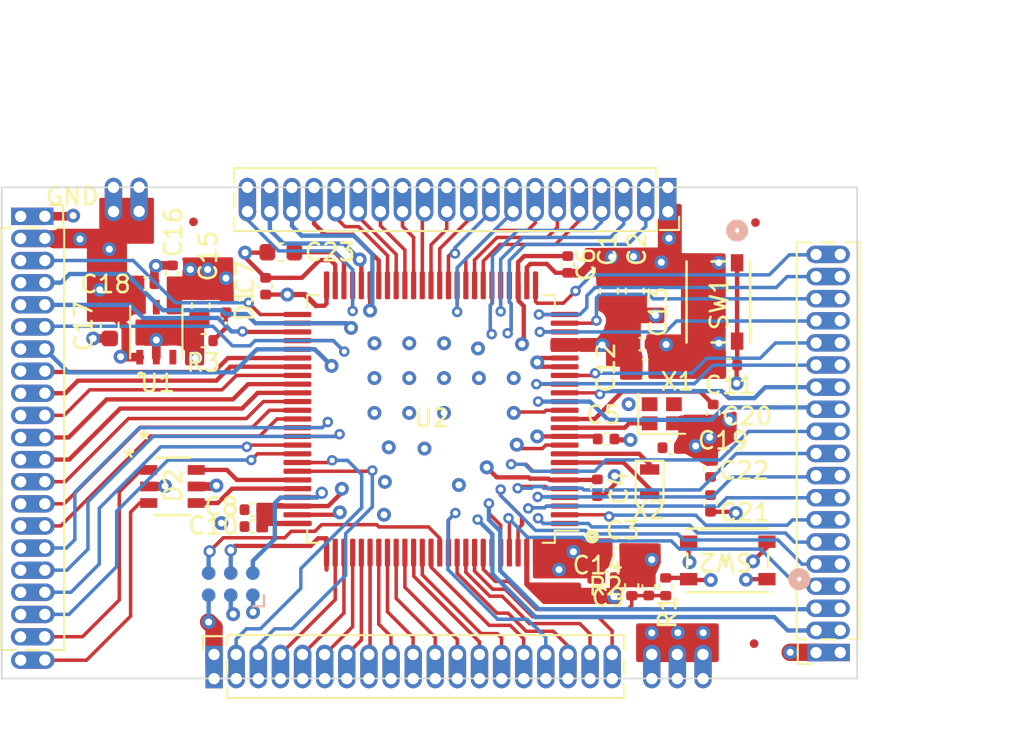
<source format=kicad_pcb>
(kicad_pcb (version 20240108) (generator "pcbnew") (generator_version "8.0")
  (title_block (date "2024-01-30") (rev "01"))
  (layers (0 "F.Cu" signal) (1 "In1.Cu" signal) (2 "In2.Cu" signal) (31 "B.Cu" signal) (34 "B.Paste" user) (35 "F.Paste" user) (36 "B.SilkS" user "B.Silkscreen") (37 "F.SilkS" user "F.Silkscreen") (38 "B.Mask" user) (39 "F.Mask" user) (44 "Edge.Cuts" user))
  (net 0 "")
  (net 1 "GND")
  (net 2 "+3.3V")
  (net 3 "NRST")
  (net 4 "/BOOT0")
  (net 5 "+5V")
  (net 6 "/LSE_IN")
  (net 7 "/LSE_OUT")
  (net 8 "/PWR_LED_K")
  (net 9 "Net-(D2-L1)")
  (net 10 "Net-(D2-L2)")
  (net 11 "/USB_D+")
  (net 12 "/USB_D-")
  (net 13 "/SWD_SWDIO")
  (net 14 "/SWD_SWCLK")
  (net 15 "/SWD_SWO")
  (net 16 "Net-(R1-Pad2)")
  (net 18 "/HSE_IN")
  (net 19 "/HSE_OUT")
  (net 20 "/PIN_2")
  (net 21 "/PIN_3")
  (net 22 "/PIN_4")
  (net 23 "/PIN_5")
  (net 24 "/PIN_6")
  (net 25 "/PIN_7")
  (net 26 "/PIN_10")
  (net 27 "/PIN_11")
  (net 28 "/PIN_12")
  (net 29 "/PIN_13")
  (net 30 "/PIN_14")
  (net 31 "/PIN_15")
  (net 32 "/PIN_16")
  (net 33 "/PIN_17")
  (net 34 "/PIN_18")
  (net 35 "/PIN_19")
  (net 36 "/PIN_20")
  (net 37 "/PIN_21")
  (net 38 "/PIN_22")
  (net 39 "/PIN_23")
  (net 40 "/PIN_24")
  (net 41 "/PIN_25")
  (net 42 "/PIN_26")
  (net 43 "/PIN_27")
  (net 44 "/PIN_28")
  (net 45 "/PIN_29")
  (net 46 "/PIN_30")
  (net 47 "/PIN_34")
  (net 48 "/PIN_35")
  (net 49 "/PIN_42")
  (net 50 "I2C_4_SCL")
  (net 51 "I2C_4_SDA")
  (net 52 "/PIN_45")
  (net 53 "/PIN_46")
  (net 54 "/PIN_47")
  (net 55 "/PIN_48")
  (net 56 "/PIN_49")
  (net 57 "/PIN_50")
  (net 58 "/PIN_51")
  (net 59 "/PIN_52")
  (net 60 "/PIN_53")
  (net 61 "/PIN_57")
  (net 62 "/PIN_58")
  (net 63 "/PIN_59")
  (net 64 "/PIN_60")
  (net 65 "/PIN_61")
  (net 66 "/PIN_62")
  (net 67 "/PIN_63")
  (net 68 "/PIN_64")
  (net 69 "/PIN_68")
  (net 70 "/PIN_74")
  (net 71 "/PIN_75")
  (net 72 "Net-(U2-VCAP)")
  (net 73 "/PIN_56")
  (net 74 "/PIN_38")
  (net 75 "I2C_2_SCL")
  (net 76 "I2C_2_SDA")
  (net 77 "SPI1_SCK")
  (net 78 "SPI1_MISO")
  (net 79 "SPI1_MOSI")
  (net 80 "USART 2 TX")
  (net 81 "USART 2 RX")
  (net 82 "USART 2 CK")
  (net 83 "USART 1 CK")
  (net 84 "USART 1 TX")
  (net 85 "USART 1 RX")
  (net 86 "USART 3 CK")
  (net 87 "USART 3 RX")
  (net 88 "USART 3 TX")
  (net 89 "I2C_3_SDA")
  (net 90 "I2C_3_SCL")
  (net 91 "I2C_1_SDA")
  (net 92 "I2C_1_SCL")
  (footprint "Capacitor_SMD:C_0402_1005Metric" (layer "F.Cu") (at 85.32 46.05)
    (property "Reference" "C13")
    (property "Value" "100nF")
  )
  (footprint "Capacitor_SMD:C_0402_1005Metric" (layer "F.Cu") (at 87.02 52)
    (property "Reference" "C19")
    (property "Value" "16pF")
  )
  (footprint "WolffyxLibrary:Castellated_PinHeader_1x1_P1.27mm" (layer "F.Cu") (at 56.485 38.43 180)
    (property "Reference" "J11" (hide yes))
    (property "Value" "PINHD_1x1" (hide yes))
  )
  (footprint "Resistor_SMD:R_0402_1005Metric" (layer "F.Cu") (at 86.725 59.985 90)
    (property "Reference" "R1")
    (property "Value" "220R")
  )
  (footprint "Capacitor_SMD:C_0402_1005Metric" (layer "F.Cu") (at 56.89 42.58)
    (property "Reference" "C18")
    (property "Value" "100nF")
  )
  (footprint "Crystal:Crystal_SMD_2012-2Pin_2.0x1.2mm" (layer "F.Cu") (at 85.8 53.95 -90)
    (property "Reference" "X2")
    (property "Value" "32khz")
  )
  (footprint "WolffyxLibrary:SW4_PTS815 SJM 250 SMTR LFS_CNK" (layer "F.Cu") (at 89.75 43.6308 -90)
    (property "Reference" "SW1")
    (property "Value" "PTS815 SJM 250 SMTR LFS" (hide yes))
  )
  (footprint "Crystal:Crystal_SMD_2016-4Pin_2.0x1.6mm" (layer "F.Cu") (at 86.5 50.05)
    (property "Reference" "X1")
    (property "Value" "48Mhz")
  )
  (footprint "WolffyxLibrary:Castellated_PinHeader_1x1_P1.27mm" (layer "F.Cu") (at 88.87 63.8725)
    (property "Reference" "J9" (hide yes))
    (property "Value" "PINHD_1x1")
  )
  (footprint "Capacitor_SMD:C_0402_1005Metric" (layer "F.Cu") (at 63.02 55.56 180)
    (property "Reference" "C8")
    (property "Value" "100nF")
  )
  (footprint "Capacitor_SMD:C_0603_1608Metric" (layer "F.Cu") (at 64.625 40.775 180)
    (property "Reference" "C23")
    (property "Value" "4.7uF")
  )
  (footprint "WolffyxLibrary:Castellated_PinHeader_1x20_P1.27mm" (layer "F.Cu") (at 51.075 50.21 -90)
    (property "Reference" "J5" (hide yes))
    (property "Value" "Castellated_PINHD_1x20")
  )
  (footprint "Capacitor_SMD:C_0402_1005Metric" (layer "F.Cu") (at 90.35 47.25 180)
    (property "Reference" "C11")
    (property "Value" "100nF")
  )
  (footprint "WolffyxLibrary:Castellated_PinHeader_1x1_P1.27mm" (layer "F.Cu") (at 55.015 38.44 180)
    (property "Reference" "J10" (hide yes))
    (property "Value" "PINHD_1x1" (hide yes))
  )
  (footprint "WolffyxLibrary:Castellated_PinHeader_1x19_P1.27mm" (layer "F.Cu") (at 95.36 52.265 90)
    (property "Reference" "J4" (hide yes))
    (property "Value" "PINHD_1x19")
  )
  (footprint "Fiducial:Fiducial_0.5mm_Mask1.5mm" (layer "F.Cu") (at 91.8 63.25 180)
    (property "Reference" "FID2" (hide yes))
    (property "Value" "Fiducial")
  )
  (footprint "Capacitor_SMD:C_0402_1005Metric" (layer "F.Cu") (at 89.45 50 -90)
    (property "Reference" "C20")
    (property "Value" "16pF")
  )
  (footprint "Capacitor_SMD:C_0603_1608Metric" (layer "F.Cu") (at 54.8 44.95 -90)
    (property "Reference" "C17")
    (property "Value" "1uF")
  )
  (footprint "LED_SMD:LED_0402_1005Metric" (layer "F.Cu") (at 61.475 43.75 90)
    (property "Reference" "D1")
    (property "Value" "LED")
  )
  (footprint "Capacitor_SMD:C_0402_1005Metric" (layer "F.Cu") (at 89.3 55.2 -90)
    (property "Reference" "C21")
    (property "Value" "19pF")
  )
  (footprint "Resistor_SMD:R_0402_1005Metric" (layer "F.Cu") (at 84.775 59.985 -90)
    (property "Reference" "R2")
    (property "Value" "10k")
  )
  (footprint "Capacitor_SMD:C_0603_1608Metric" (layer "F.Cu") (at 60.025 43.85 -90)
    (property "Reference" "C15")
    (property "Value" "1uF")
  )
  (footprint "Resistor_SMD:R_0402_1005Metric" (layer "F.Cu") (at 60.225 45.85)
    (property "Reference" "R3")
    (property "Value" "1k5")
  )
  (footprint "WolffyxLibrary:Castellated_PinHeader_1x19_P1.27mm" (layer "F.Cu") (at 72.29 63.8725)
    (property "Reference" "J3" (hide yes))
    (property "Value" "PINHD_1x19")
  )
  (footprint "Capacitor_SMD:C_0402_1005Metric" (layer "F.Cu") (at 58.4 42.01 90)
    (property "Reference" "C16")
    (property "Value" "100nF")
  )
  (footprint "Fiducial:Fiducial_0.5mm_Mask1.5mm" (layer "F.Cu") (at 91.88 39.07)
    (property "Reference" "FID3" (hide yes))
    (property "Value" "Fiducial")
  )
  (footprint "Capacitor_SMD:C_0402_1005Metric" (layer "F.Cu") (at 85.75 60.005 90)
    (property "Reference" "C14")
    (property "Value" "100nF")
  )
  (footprint "WolffyxLibrary:Castellated_PinHeader_1x20_P1.27mm" (layer "F.Cu") (at 75.355 38.4475 180)
    (property "Reference" "J6" (hide yes))
    (property "Value" "Castellated_PINHD_1x20")
  )
  (footprint "Fiducial:Fiducial_0.5mm_Mask1.5mm" (layer "F.Cu") (at 59.61 39.03)
    (property "Reference" "FID1" (hide yes))
    (property "Value" "Fiducial")
  )
  (footprint "WolffyxLibrary:SOT23-6L_STM" (layer "F.Cu") (at 58.4 54.225)
    (property "Reference" "D2")
    (property "Value" "USBLC6-4SC6")
  )
  (footprint "Capacitor_SMD:C_0402_1005Metric" (layer "F.Cu") (at 82.8 54.3 -90)
    (property "Reference" "C4")
    (property "Value" "100nF")
  )
  (footprint "Capacitor_SMD:C_0402_1005Metric" (layer "F.Cu") (at 81.1 41.475 -90)
    (property "Reference" "C6")
    (property "Value" "100nF")
  )
  (footprint "Capacitor_SMD:C_0603_1608Metric" (layer "F.Cu") (at 83.475 43 90)
    (property "Reference" "C1")
    (property "Value" "10nF")
  )
  (footprint "Capacitor_SMD:C_0603_1608Metric" (layer "F.Cu") (at 84.95 43 90)
    (property "Reference" "C2")
    (property "Value" "1uF")
  )
  (footprint "Capacitor_SMD:C_0402_1005Metric" (layer "F.Cu") (at 63.75 42.725 90)
    (property "Reference" "C7")
    (property "Value" "100nF")
  )
  (footprint "Package_QFP:LQFP-100_14x14mm_P0.5mm" (layer "F.Cu") (at 73.25 50.35 180)
    (property "Reference" "U2")
    (property "Value" "STM32U575VGT6")
  )
  (footprint "WolffyxLibrary:SW4_PTS815 SJM 250 SMTR LFS_CNK" (layer "F.Cu") (at 90.29 58.4725 180)
    (property "Reference" "SW2")
    (property "Value" "PTS815 SJM 250 SMTR LFS" (hide yes))
  )
  (footprint "WolffyxLibrary:Castellated_PinHeader_1x1_P1.27mm" (layer "F.Cu") (at 85.93 63.8725)
    (property "Reference" "J7" (hide yes))
    (property "Value" "PINHD_1x1")
  )
  (footprint "Capacitor_SMD:C_0603_1608Metric" (layer "F.Cu") (at 83.875 58.25)
    (property "Reference" "C3")
    (property "Value" "10uF")
  )
  (footprint "Capacitor_SMD:C_0402_1005Metric" (layer "F.Cu") (at 83.3 51.5)
    (property "Reference" "C5")
    (property "Value" "100nF")
  )
  (footprint "WolffyxLibrary:Castellated_PinHeader_1x1_P1.27mm" (layer "F.Cu") (at 51.075 64.2 -90)
    (property "Reference" "J2" (hide yes))
    (property "Value" "PINHD_1x1")
  )
  (footprint "Capacitor_SMD:C_0402_1005Metric" (layer "F.Cu") (at 89.3 53.2 90)
    (property "Reference" "C22")
    (property "Value" "19pF")
  )
  (footprint "WolffyxLibrary:SON95P300X300X100-7N" (layer "F.Cu") (at 57.475 45.365 90)
    (property "Reference" "U1")
    (property "Value" "LD39050PU33R")
  )
  (footprint "Capacitor_SMD:C_0402_1005Metric" (layer "F.Cu") (at 63.02 56.53 180)
    (property "Reference" "C10")
    (property "Value" "100nF")
  )
  (footprint "Capacitor_SMD:C_0402_1005Metric" (layer "F.Cu") (at 83.345 59.5)
    (property "Reference" "C9")
    (property "Value" "100nF")
  )
  (footprint "WolffyxLibrary:Castellated_PinHeader_1x1_P1.27mm" (layer "F.Cu") (at 87.395 63.8725)
    (property "Reference" "J8" (hide yes))
    (property "Value" "PINHD_1x1")
  )
  (footprint "Capacitor_SMD:C_0603_1608Metric" (layer "F.Cu") (at 85.55 47.45)
    (property "Reference" "C12")
    (property "Value" "10uF")
  )
  (footprint "Connector:Tag-Connect_TC2030-IDC-NL_2x03_P1.27mm_Vertical" (layer "B.Cu") (at 61.75 59.835 180)
    (property "Reference" "J1" (hide yes))
    (property "Value" "TC2030")
  )
  (gr_circle (center 82.5 57.1) (end 82.6 57.1) (stroke (width 0.3)) (fill none) (layer "F.SilkS"))
  (gr_rect (start 48.6 37.05) (end 97.725 65.25) (stroke (width 0.1)) (fill none) (layer "Edge.Cuts"))
  (gr_text "GND" (at 51.025 38.15 0) (layer "F.SilkS") (effects (font (size 1 1)) (justify left bottom)))
  (segment (start 57.474999 45.8145) (end 57.474999 45.365001) (width 0.25) (layer "F.Cu") (net 1))
  (segment (start 59.715 46.84) (end 59.725 46.85) (width 0.25) (layer "F.Cu") (net 1))
  (segment (start 79.63995 52.05) (end 78.4 52.05) (width 0.2) (layer "F.Cu") (net 1))
  (segment (start 54.8 45.725) (end 54.8 45.805) (width 0.25) (layer "F.Cu") (net 1))
  (segment (start 57.48 41.53) (end 58.4 41.53) (width 0.5) (layer "F.Cu") (net 1))
  (segment (start 82.8 41.05) (end 81.87 41.98) (width 0.5) (layer "F.Cu") (net 1))
  (segment (start 57.474999 45.8145) (end 57.5095 45.8145) (width 0.25) (layer "F.Cu") (net 1))
  (segment (start 68.012182 55.712182) (end 67.874364 55.85) (width 0.25) (layer "F.Cu") (net 1))
  (segment (start 83.12 54.78) (end 82.8 54.78) (width 0.25) (layer "F.Cu") (net 1))
  (segment (start 53.85 45.725) (end 54.8 45.725) (width 0.5) (layer "F.Cu") (net 1))
  (segment (start 62.575 40.8) (end 63.825 40.8) (width 0.25) (layer "F.Cu") (net 1))
  (segment (start 57.95 54.225) (end 57.03475 54.225) (width 0.5) (layer "F.Cu") (net 1))
  (segment (start 57.5095 45.8145) (end 57.545 45.85) (width 0.25) (layer "F.Cu") (net 1))
  (segment (start 78.951816 41.445) (end 78.75 41.646816) (width 0.25) (layer "F.Cu") (net 1))
  (segment (start 83.625 41.05) (end 82.8 41.05) (width 0.5) (layer "F.Cu") (net 1))
  (segment (start 60.48 62.01) (end 60.79 62.32) (width 1) (layer "F.Cu") (net 1))
  (segment (start 60.79 62.32) (end 60.79 64.65) (width 1) (layer "F.Cu") (net 1))
  (segment (start 79.35 47.1) (end 79.6 47.35) (width 0.25) (layer "F.Cu") (net 1))
  (segment (start 93.875 63.75) (end 95.345 63.75) (width 1) (layer "F.Cu") (net 1))
  (segment (start 57.449975 41.560025) (end 57.48 41.53) (width 0.5) (layer "F.Cu") (net 1))
  (segment (start 67.874364 55.85) (end 65.575 55.85) (width 0.25) (layer "F.Cu") (net 1))
  (segment (start 81.87 41.98) (end 81.12 41.98) (width 0.5) (layer "F.Cu") (net 1))
  (segment (start 52.665 38.71) (end 51.075 38.71) (width 0.5) (layer "F.Cu") (net 1))
  (segment (start 89.33 50.6) (end 89.45 50.48) (width 0.25) (layer "F.Cu") (net 1))
  (segment (start 52.7 38.675) (end 52.665 38.71) (width 0.5) (layer "F.Cu") (net 1))
  (segment (start 83.8 54.1) (end 83.12 54.78) (width 0.25) (layer "F.Cu") (net 1))
  (segment (start 63.825 40.8) (end 63.85 40.775) (width 0.25) (layer "F.Cu") (net 1))
  (segment (start 89.7745 46.000584) (end 89.654717 45.880801) (width 0.25) (layer "F.Cu") (net 1))
  (segment (start 90.68 55.68) (end 89.3 55.68) (width 0.25) (layer "F.Cu") (net 1))
  (segment (start 79.35 47.1) (end 79.6 46.85) (width 0.25) (layer "F.Cu") (net 1))
  (segment (start 54.8 45.805) (end 54.775 45.83) (width 0.25) (layer "F.Cu") (net 1))
  (segment (start 62.575 40.8) (end 62.575 41.07) (width 0.25) (layer "F.Cu") (net 1))
  (segment (start 83.8 53.625) (end 83.8 54.1) (width 0.25) (layer "F.Cu") (net 1))
  (segment (start 81.1 41.955) (end 80.405 41.955) (width 0.25) (layer "F.Cu") (net 1))
  (segment (start 66.85 41.225) (end 67.475 41.225) (width 0.25) (layer "F.Cu") (net 1))
  (segment (start 78.4 52.05) (end 78.175 51.825) (width 0.2) (layer "F.Cu") (net 1))
  (segment (start 79.6 47.35) (end 80.925 47.35) (width 0.25) (layer "F.Cu") (net 1))
  (segment (start 57.37 41.64) (end 57.37 42.58) (width 0.5) (layer "F.Cu") (net 1))
  (segment (start 95.345 63.75) (end 95.36 63.765) (width 1) (layer "F.Cu") (net 1))
  (segment (start 78.75 41.646816) (end 78.75 42.675) (width 0.25) (layer "F.Cu") (net 1))
  (segment (start 57.449975 41.560025) (end 57.37 41.64) (width 0.5) (layer "F.Cu") (net 1))
  (segment (start 90.44 50.48) (end 90.57 50.48) (width 0.25) (layer "F.Cu") (net 1))
  (segment (start 57.975 54.2) (end 57.95 54.225) (width 0.25) (layer "F.Cu") (net 1))
  (segment (start 65.83 42.245) (end 66.85 41.225) (width 0.25) (layer "F.Cu") (net 1))
  (segment (start 79.6 46.85) (end 80.925 46.85) (width 0.25) (layer "F.Cu") (net 1))
  (segment (start 90.75 55.75) (end 90.68 55.68) (width 0.25) (layer "F.Cu") (net 1))
  (segment (start 79.895 41.445) (end 78.951816 41.445) (width 0.25) (layer "F.Cu") (net 1))
  (segment (start 67.475 41.225) (end 67.75 41.5) (width 0.25) (layer "F.Cu") (net 1))
  (segment (start 79.83995 51.85) (end 79.63995 52.05) (width 0.2) (layer "F.Cu") (net 1))
  (segment (start 80.925 51.85) (end 79.83995 51.85) (width 0.2) (layer "F.Cu") (net 1))
  (segment (start 62.575 41.07) (end 63.75 42.245) (width 0.25) (layer "F.Cu") (net 1))
  (segment (start 84.7 51.55) (end 83.93 51.55) (width 0.3) (layer "F.Cu") (net 1))
  (segment (start 89 47.2495) (end 89.0005 47.25) (width 0.25) (layer "F.Cu") (net 1))
  (segment (start 90.37 50.41) (end 90.44 50.48) (width 0.25) (layer "F.Cu") (net 1))
  (segment (start 57.474999 45.8145) (end 57.475 46.8) (width 0.5) (layer "F.Cu") (net 1))
  (segment (start 67.75 41.5) (end 67.75 42.675) (width 0.25) (layer "F.Cu") (net 1))
  (segment (start 80.405 41.955) (end 79.895 41.445) (width 0.25) (layer "F.Cu") (net 1))
  (segment (start 63.75 42.245) (end 65.83 42.245) (width 0.25) (layer "F.Cu") (net 1))
  (via (at 89.775 41.375) (size 0.8) (drill 0.4) (layers "F.Cu" "B.Cu") (net 1))
  (via (at 72.875 52.05) (size 0.8) (drill 0.4) (layers "F.Cu" "B.Cu") (net 1))
  (via (at 68.012182 55.712182) (size 0.8) (drill 0.4) (layers "F.Cu" "B.Cu") (net 1))
  (via (at 70 50) (size 0.8) (drill 0.4) (layers "F.Cu" "B.Cu") (net 1))
  (via (at 57.474999 45.8145) (size 0.8) (drill 0.4) (layers "F.Cu" "B.Cu") (net 1))
  (via (at 79.35 47.1) (size 0.8) (drill 0.4) (layers "F.Cu" "B.Cu") (net 1))
  (via (at 61.21 56.33) (size 0.8) (drill 0.4) (layers "F.Cu" "B.Cu") (net 1))
  (via (at 62.575 40.8) (size 0.8) (drill 0.4) (layers "F.Cu" "B.Cu") (net 1))
  (via (at 70.55 55.85) (size 0.8) (drill 0.4) (layers "F.Cu" "B.Cu") (net 1))
  (via (at 86.75 46.075) (size 0.8) (drill 0.4) (layers "F.Cu" "B.Cu") (net 1))
  (via (at 72 48) (size 0.8) (drill 0.4) (layers "F.Cu" "B.Cu") (net 1))
  (via (at 74.85 54.14) (size 0.8) (drill 0.4) (layers "F.Cu" "B.Cu") (net 1))
  (via (at 52.7 38.675) (size 0.8) (drill 0.4) (layers "F.Cu" "B.Cu") (net 1))
  (via (at 70.825 51.975) (size 0.8) (drill 0.4) (layers "F.Cu" "B.Cu") (net 1))
  (via (at 83.75 60.55) (size 0.8) (drill 0.4) (layers "F.Cu" "B.Cu") (net 1))
  (via (at 88.45 51.9) (size 0.8) (drill 0.4) (layers "F.Cu" "B.Cu") (net 1))
  (via (at 57.449975 41.560025) (size 0.8) (drill 0.4) (layers "F.Cu" "B.Cu") (net 1))
  (via (at 60.48 62.01) (size 0.8) (drill 0.4) (layers "F.Cu" "B.Cu") (net 1))
  (via (at 59.725 46.85) (size 0.8) (drill 0.4) (layers "F.Cu" "B.Cu") (net 1))
  (via (at 83.625 41.05) (size 0.8) (drill 0.4) (layers "F.Cu" "B.Cu") (net 1))
  (via (at 93.875 63.75) (size 0.8) (drill 0.4) (layers "F.Cu" "B.Cu") (net 1))
  (via (at 70 46) (size 0.8) (drill 0.4) (layers "F.Cu" "B.Cu") (net 1))
  (via (at 90.75 55.75) (size 0.8) (drill 0.4) (layers "F.Cu" "B.Cu") (net 1))
  (via (at 89.25 51.4) (size 0.8) (drill 0.4) (layers "F.Cu" "B.Cu") (net 1))
  (via (at 84.6 49.5) (size 0.8) (drill 0.4) (layers "F.Cu" "B.Cu") (net 1))
  (via (at 70.6 53.96) (size 0.8) (drill 0.4) (layers "F.Cu" "B.Cu") (net 1))
  (via (at 70 48) (size 0.8) (drill 0.4) (layers "F.Cu" "B.Cu") (net 1))
  (via (at 78 48) (size 0.8) (drill 0.4) (layers "F.Cu" "B.Cu") (net 1))
  (via (at 72 46) (size 0.8) (drill 0.4) (layers "F.Cu" "B.Cu") (net 1))
  (via (at 84.875 41.025) (size 0.8) (drill 0.4) (layers "F.Cu" "B.Cu") (net 1))
  (via (at 74 46) (size 0.8) (drill 0.4) (layers "F.Cu" "B.Cu") (net 1))
  (via (at 74 50) (size 0.8) (drill 0.4) (layers "F.Cu" "B.Cu") (net 1))
  (via (at 90.37 50.41) (size 0.8) (drill 0.4) (layers "F.Cu" "B.Cu") (net 1))
  (via (at 75.95 46.3) (size 0.8) (drill 0.4) (layers "F.Cu" "B.Cu") (net 1))
  (via (at 53.85 45.725) (size 0.8) (drill 0.4) (layers "F.Cu" "B.Cu") (net 1))
  (via (at 84.7 51.55) (size 0.8) (drill 0.4) (layers "F.Cu" "B.Cu") (net 1))
  (via (at 76 48) (size 0.8) (drill 0.4) (layers "F.Cu" "B.Cu") (net 1))
  (via (at 83.8 53.625) (size 0.8) (drill 0.4) (layers "F.Cu" "B.Cu") (net 1))
  (via (at 57.975 54.2) (size 0.8) (drill 0.4) (layers "F.Cu" "B.Cu") (net 1))
  (via (at 85.925 58.425) (size 0.8) (drill 0.4) (layers "F.Cu" "B.Cu") (net 1))
  (via (at 89.7745 46.000584) (size 0.8) (drill 0.4) (layers "F.Cu" "B.Cu") (net 1))
  (via (at 78.175 51.825) (size 0.8) (drill 0.4) (layers "F.Cu" "B.Cu") (net 1))
  (via (at 86.475 41.35) (size 0.8) (drill 0.4) (layers "F.Cu" "B.Cu") (net 1))
  (via (at 74 48) (size 0.8) (drill 0.4) (layers "F.Cu" "B.Cu") (net 1))
  (via (at 86.915 39.9725) (size 0.8) (drill 0.4) (layers "F.Cu" "B.Cu") (net 1))
  (via (at 72 50) (size 0.8) (drill 0.4) (layers "F.Cu" "B.Cu") (net 1))
  (segment (start 60.48 62.01) (end 60.48 60.47) (width 0.25) (layer "B.Cu") (net 1))
  (segment (start 65 43.205) (end 66.005 43.205) (width 0.3) (layer "F.Cu") (net 2))
  (segment (start 66.65 43.85) (end 67.125 43.85) (width 0.25) (layer "F.Cu") (net 2))
  (segment (start 84.84 47.385) (end 84.775 47.45) (width 0.25) (layer "F.Cu") (net 2))
  (segment (start 78.475 46.05) (end 78.575 45.95) (width 0.25) (layer "F.Cu") (net 2))
  (segment (start 78.25 41.35) (end 78.25 42.675) (width 0.25) (layer "F.Cu") (net 2))
  (segment (start 65.575 55.35) (end 67.349059 55.35) (width 0.25) (layer "F.Cu") (net 2))
  (segment (start 80.057236 53.85) (end 80.925 53.85) (width 0.25) (layer "F.Cu") (net 2))
  (segment (start 77.027 53.702) (end 78.850959 53.702) (width 0.25) (layer "F.Cu") (net 2))
  (segment (start 80.925 51.35) (end 82.67 51.35) (width 0.25) (layer "F.Cu") (net 2))
  (segment (start 88.039999 58.522499) (end 88.09 58.5725) (width 0.25) (layer "F.Cu") (net 2))
  (segment (start 66.005 43.205) (end 66.65 43.85) (width 0.3) (layer "F.Cu") (net 2))
  (segment (start 67.25 43.725) (end 67.25 42.675) (width 0.25) (layer "F.Cu") (net 2))
  (segment (start 78.275 42.65) (end 78.25 42.675) (width 0.25) (layer "F.Cu") (net 2))
  (segment (start 67.349059 55.35) (end 68.13 54.569059) (width 0.25) (layer "F.Cu") (net 2))
  (segment (start 92.540001 57.397501) (end 92.540001 57.718627) (width 0.25) (layer "F.Cu") (net 2))
  (segment (start 76.45 53.125) (end 77.027 53.702) (width 0.25) (layer "F.Cu") (net 2))
  (segment (start 79.982236 53.775) (end 80.057236 53.85) (width 0.25) (layer "F.Cu") (net 2))
  (segment (start 78.575 43.867764) (end 78.275 43.567764) (width 0.25) (layer "F.Cu") (net 2))
  (segment (start 79.35 51.35) (end 80.925 51.35) (width 0.25) (layer "F.Cu") (net 2))
  (segment (start 65 43.205) (end 63.75 43.205) (width 0.25) (layer "F.Cu") (net 2))
  (segment (start 92.540001 57.718627) (end 91.736628 58.522) (width 0.25) (layer "F.Cu") (net 2))
  (segment (start 78.605 40.995) (end 78.25 41.35) (width 0.25) (layer "F.Cu") (net 2))
  (segment (start 78.575 45.95) (end 78.575 43.867764) (width 0.25) (layer "F.Cu") (net 2))
  (segment (start 78.275 43.567764) (end 78.275 42.65) (width 0.25) (layer "F.Cu") (net 2))
  (segment (start 78.923959 53.775) (end 79.982236 53.775) (width 0.25) (layer "F.Cu") (net 2))
  (segment (start 80.6 59) (end 80.5 59.1) (width 0.25) (layer "F.Cu") (net 2))
  (segment (start 68.13 54.569059) (end 68.13 54.36) (width 0.25) (layer "F.Cu") (net 2))
  (segment (start 81.1 40.995) (end 78.605 40.995) (width 0.25) (layer "F.Cu") (net 2))
  (segment (start 67.125 43.85) (end 67.25 43.725) (width 0.25) (layer "F.Cu") (net 2))
  (segment (start 78.850959 53.702) (end 78.923959 53.775) (width 0.25) (layer "F.Cu") (net 2))
  (segment (start 88.039999 57.397501) (end 88.039999 58.522499) (width 0.25) (layer "F.Cu") (net 2))
  (segment (start 80.925 53.85) (end 82.845 53.85) (width 0.25) (layer "F.Cu") (net 2))
  (segment (start 82.67 51.35) (end 82.82 51.5) (width 0.25) (layer "F.Cu") (net 2))
  (via (at 85.925 62.635) (size 0.8) (drill 0.4) (layers "F.Cu" "B.Cu") (net 2))
  (via (at 65 43.205) (size 0.8) (drill 0.4) (layers "F.Cu" "B.Cu") (net 2))
  (via (at 61.475 42.265) (size 0.8) (drill 0.4) (layers "F.Cu" "B.Cu") (net 2))
  (via (at 81.425 57.975) (size 0.8) (drill 0.4) (layers "F.Cu" "B.Cu") (net 2))
  (via (at 86.15 44.4) (size 0.8) (drill 0.4) (layers "F.Cu" "B.Cu") (net 2))
  (via (at 76.45 53.125) (size 0.8) (drill 0.4) (layers "F.Cu" "B.Cu") (net 2))
  (via (at 88.88 62.6225) (size 0.8) (drill 0.4) (layers "F.Cu" "B.Cu") (net 2))
  (via (at 83.075 46.1) (size 0.8) (drill 0.4) (layers "F.Cu" "B.Cu") (net 2))
  (via (at 63.03 61.44) (size 0.8) (drill 0.4) (layers "F.Cu" "B.Cu") (net 2))
  (via (at 91.736628 58.522) (size 0.8) (drill 0.4) (layers "F.Cu" "B.Cu") (net 2))
  (via (at 68.13 54.36) (size 0.8) (drill 0.4) (layers "F.Cu" "B.Cu") (net 2))
  (via (at 80.6 59) (size 0.8) (drill 0.4) (layers "F.Cu" "B.Cu") (net 2))
  (via (at 78.475 46.05) (size 0.8) (drill 0.4) (layers "F.Cu" "B.Cu") (net 2))
  (via (at 60.425 41.765) (size 0.8) (drill 0.4) (layers "F.Cu" "B.Cu") (net 2))
  (via (at 59.425 41.765) (size 0.8) (drill 0.4) (layers "F.Cu" "B.Cu") (net 2))
  (via (at 79.35 51.35) (size 0.8) (drill 0.4) (layers "F.Cu" "B.Cu") (net 2))
  (via (at 87.425 62.6225) (size 0.8) (drill 0.4) (layers "F.Cu" "B.Cu") (net 2))
  (via (at 88.09 58.5725) (size 0.8) (drill 0.4) (layers "F.Cu" "B.Cu") (net 2))
  (segment (start 63.03 60.48) (end 63.02 60.47) (width 0.25) (layer "B.Cu") (net 2))
  (segment (start 63.03 61.44) (end 63.03 60.48) (width 0.25) (layer "B.Cu") (net 2))
  (segment (start 90.83 45.885802) (end 90.824999 45.880801) (width 0.25) (layer "F.Cu") (net 3))
  (segment (start 78 50) (end 78.05 49.95) (width 0.2) (layer "F.Cu") (net 3))
  (segment (start 90.7 48.4) (end 90.8 48.3) (width 0.25) (layer "F.Cu") (net 3))
  (segment (start 90.8 47.28) (end 90.83 47.25) (width 0.25) (layer "F.Cu") (net 3))
  (segment (start 90.824999 45.880801) (end 90.824999 41.380799) (width 0.25) (layer "F.Cu") (net 3))
  (segment (start 90.8 48.3) (end 90.8 47.28) (width 0.25) (layer "F.Cu") (net 3))
  (segment (start 78.05 49.95) (end 79.75 49.95) (width 0.2) (layer "F.Cu") (net 3))
  (segment (start 79.75 49.95) (end 79.85 49.85) (width 0.2) (layer "F.Cu") (net 3))
  (segment (start 90.83 47.25) (end 90.83 45.885802) (width 0.25) (layer "F.Cu") (net 3))
  (segment (start 79.85 49.85) (end 80.925 49.85) (width 0.2) (layer "F.Cu") (net 3))
  (via (at 61.89 61.56) (size 0.8) (drill 0.4) (layers "F.Cu" "B.Cu") (net 3))
  (via (at 78 50) (size 0.8) (drill 0.4) (layers "F.Cu" "B.Cu") (net 3))
  (via (at 90.8 48.3) (size 0.8) (drill 0.4) (layers "F.Cu" "B.Cu") (net 3))
  (segment (start 61.75 60.47) (end 61.75 61.42) (width 0.25) (layer "B.Cu") (net 3))
  (segment (start 61.75 61.42) (end 61.89 61.56) (width 0.25) (layer "B.Cu") (net 3))
  (segment (start 76.9425 59.675) (end 77.7 59.675) (width 0.2) (layer "F.Cu") (net 4))
  (segment (start 84.775 61.055) (end 84.775 60.495) (width 0.2) (layer "F.Cu") (net 4))
  (segment (start 77.7 59.675) (end 79.3 61.275) (width 0.2) (layer "F.Cu") (net 4))
  (segment (start 84.555 61.275) (end 84.775 61.055) (width 0.2) (layer "F.Cu") (net 4))
  (segment (start 76.25 58.9825) (end 76.9425 59.675) (width 0.2) (layer "F.Cu") (net 4))
  (segment (start 79.3 61.275) (end 84.555 61.275) (width 0.2) (layer "F.Cu") (net 4))
  (segment (start 76.25 58.025) (end 76.25 58.9825) (width 0.2) (layer "F.Cu") (net 4))
  (segment (start 84.775 60.495) (end 86.725 60.495) (width 0.2) (layer "F.Cu") (net 4))
  (segment (start 55.725 45.1) (end 54.8 44.175) (width 0.5) (layer "F.Cu") (net 5))
  (segment (start 55.425 46.775) (end 55.45 46.8) (width 0.5) (layer "F.Cu") (net 5))
  (segment (start 55.425 46.775) (end 55.725 46.475) (width 0.5) (layer "F.Cu") (net 5))
  (segment (start 55.725 46.475) (end 55.725 45.1) (width 0.5) (layer "F.Cu") (net 5))
  (segment (start 55.45 46.8) (end 56.525 46.8) (width 0.5) (layer "F.Cu") (net 5))
  (segment (start 60.875 54.225) (end 60.925 54.175) (width 0.25) (layer "F.Cu") (net 5))
  (segment (start 59.76525 54.225) (end 60.875 54.225) (width 0.5) (layer "F.Cu") (net 5))
  (via (at 55.425 46.775) (size 0.8) (drill 0.4) (layers "F.Cu" "B.Cu") (net 5))
  (via (at 54.225 42.93) (size 0.8) (drill 0.4) (layers "F.Cu" "B.Cu") (net 5))
  (via (at 53.09 40.02) (size 0.8) (drill 0.4) (layers "F.Cu" "B.Cu") (net 5))
  (via (at 54.78 40.6) (size 0.8) (drill 0.4) (layers "F.Cu" "B.Cu") (net 5))
  (via (at 60.925 54.175) (size 0.8) (drill 0.4) (layers "F.Cu" "B.Cu") (net 5))
  (segment (start 84.3 52.85) (end 86.1 54.65) (width 0.25) (layer "F.Cu") (net 6))
  (segment (start 80.925 52.85) (end 84.3 52.85) (width 0.25) (layer "F.Cu") (net 6))
  (segment (start 80.925 52.35) (end 85.2 52.35) (width 0.25) (layer "F.Cu") (net 7))
  (segment (start 85.2 52.35) (end 86.1 53.25) (width 0.25) (layer "F.Cu") (net 7))
  (segment (start 61.46 45.125) (end 61.46 44.25) (width 0.25) (layer "F.Cu") (net 8))
  (segment (start 60.735 45.85) (end 61.46 45.125) (width 0.25) (layer "F.Cu") (net 8))
  (segment (start 61.46 44.25) (end 61.475 44.235) (width 0.25) (layer "F.Cu") (net 8))
  (segment (start 53.235 62.855) (end 51.065 62.855) (width 0.2) (layer "F.Cu") (net 9))
  (segment (start 57.03475 53.274999) (end 56.616401 53.274999) (width 0.2) (layer "F.Cu") (net 9))
  (segment (start 55.35 60.74) (end 53.235 62.855) (width 0.2) (layer "F.Cu") (net 9))
  (segment (start 55.35 54.5414) (end 55.35 60.74) (width 0.2) (layer "F.Cu") (net 9))
  (segment (start 56.616401 53.274999) (end 55.35 54.5414) (width 0.2) (layer "F.Cu") (net 9))
  (segment (start 57.03475 55.175001) (end 56.524999 55.175001) (width 0.2) (layer "F.Cu") (net 10))
  (segment (start 56 55.7) (end 56 61.67) (width 0.2) (layer "F.Cu") (net 10))
  (segment (start 53.47 64.2) (end 51.08 64.2) (width 0.2) (layer "F.Cu") (net 10))
  (segment (start 56.524999 55.175001) (end 56 55.7) (width 0.2) (layer "F.Cu") (net 10))
  (segment (start 56 61.67) (end 53.47 64.2) (width 0.2) (layer "F.Cu") (net 10))
  (segment (start 51.08 64.2) (end 51.075 64.195) (width 0.2) (layer "F.Cu") (net 10))
  (segment (start 60.999999 55.175001) (end 59.76525 55.175001) (width 0.25) (layer "F.Cu") (net 11))
  (segment (start 65.575 54.35) (end 61.825 54.35) (width 0.25) (layer "F.Cu") (net 11))
  (segment (start 61.825 54.35) (end 60.999999 55.175001) (width 0.25) (layer "F.Cu") (net 11))
  (segment (start 65.575 53.85) (end 62.1 53.85) (width 0.25) (layer "F.Cu") (net 12))
  (segment (start 61.524999 53.274999) (end 59.76525 53.274999) (width 0.25) (layer "F.Cu") (net 12))
  (segment (start 62.1 53.85) (end 61.524999 53.274999) (width 0.25) (layer "F.Cu") (net 12))
  (segment (start 66.72 54.85) (end 65.575 54.85) (width 0.25) (layer "F.Cu") (net 13))
  (segment (start 66.98 54.59) (end 66.72 54.85) (width 0.25) (layer "F.Cu") (net 13))
  (via (at 66.98 54.59) (size 0.7) (drill 0.4) (layers "F.Cu" "B.Cu") (net 13))
  (segment (start 64.28 55.18) (end 64.28 57.24) (width 0.25) (layer "B.Cu") (net 13))
  (segment (start 66.71 54.86) (end 64.6 54.86) (width 0.25) (layer "B.Cu") (net 13))
  (segment (start 64.28 57.24) (end 63.02 58.5) (width 0.25) (layer "B.Cu") (net 13))
  (segment (start 63.02 58.5) (end 63.02 59.2) (width 0.25) (layer "B.Cu") (net 13))
  (segment (start 64.6 54.86) (end 64.28 55.18) (width 0.25) (layer "B.Cu") (net 13))
  (segment (start 66.98 54.59) (end 66.71 54.86) (width 0.25) (layer "B.Cu") (net 13))
  (segment (start 66.77 57.2) (end 67.24 57.2) (width 0.25) (layer "F.Cu") (net 14))
  (segment (start 66.33 57.64) (end 66.77 57.2) (width 0.25) (layer "F.Cu") (net 14))
  (segment (start 62 57.64) (end 66.33 57.64) (width 0.25) (layer "F.Cu") (net 14))
  (segment (start 67.24 57.2) (end 67.25 57.21) (width 0.25) (layer "F.Cu") (net 14))
  (segment (start 67.25 59) (end 67.25 58.025) (width 0.25) (layer "F.Cu") (net 14))
  (segment (start 61.75 57.89) (end 62 57.64) (width 0.25) (layer "F.Cu") (net 14))
  (segment (start 67.25 57.21) (end 67.25 58.025) (width 0.25) (layer "F.Cu") (net 14))
  (via (at 61.75 57.89) (size 0.7) (drill 0.4) (layers "F.Cu" "B.Cu") (net 14))
  (segment (start 61.75 57.89) (end 61.75 59.2) (width 0.25) (layer "B.Cu") (net 14))
  (segment (start 73.75 57.19259) (end 73.75 58.025) (width 0.2) (layer "F.Cu") (net 15))
  (segment (start 66.58 56.8) (end 66.96 56.42) (width 0.2) (layer "F.Cu") (net 15))
  (segment (start 65.22 56.8) (end 66.58 56.8) (width 0.2) (layer "F.Cu") (net 15))
  (segment (start 64.85 57.17) (end 65.22 56.8) (width 0.2) (layer "F.Cu") (net 15))
  (segment (start 70.13005 56.42) (end 70.26005 56.55) (width 0.2) (layer "F.Cu") (net 15))
  (segment (start 70.26005 56.55) (end 73.10741 56.55) (width 0.2) (layer "F.Cu") (net 15))
  (segment (start 66.96 56.42) (end 70.13005 56.42) (width 0.2) (layer "F.Cu") (net 15))
  (segment (start 61.32 57.17) (end 64.85 57.17) (width 0.2) (layer "F.Cu") (net 15))
  (segment (start 73.10741 56.55) (end 73.75 57.19259) (width 0.2) (layer "F.Cu") (net 15))
  (segment (start 60.54 57.95) (end 61.32 57.17) (width 0.2) (layer "F.Cu") (net 15))
  (via (at 60.54 57.95) (size 0.7) (drill 0.4) (layers "F.Cu" "B.Cu") (net 15))
  (segment (start 60.54 57.95) (end 60.48 58.01) (width 0.25) (layer "B.Cu") (net 15))
  (segment (start 60.48 58.01) (end 60.48 59.2) (width 0.25) (layer "B.Cu") (net 15))
  (segment (start 91.365001 59.547499) (end 91.34 59.5725) (width 0.25) (layer "F.Cu") (net 16))
  (segment (start 88.09 59.5975) (end 88.039999 59.547499) (width 0.25) (layer "F.Cu") (net 16))
  (segment (start 86.725 59.475) (end 87.9675 59.475) (width 0.25) (layer "F.Cu") (net 16))
  (segment (start 92.540001 59.547499) (end 91.365001 59.547499) (width 0.25) (layer "F.Cu") (net 16))
  (segment (start 89.315 59.5975) (end 88.09 59.5975) (width 0.25) (layer "F.Cu") (net 16))
  (segment (start 87.9675 59.475) (end 88.039999 59.547499) (width 0.25) (layer "F.Cu") (net 16))
  (via (at 91.34 59.5725) (size 0.8) (drill 0.4) (layers "F.Cu" "B.Cu") (net 16))
  (via (at 89.315 59.5975) (size 0.8) (drill 0.4) (layers "F.Cu" "B.Cu") (net 16))
  (segment (start 80.925 50.85) (end 84.374695 50.85) (width 0.25) (layer "F.Cu") (net 18))
  (segment (start 84.624695 50.6) (end 85.8 50.6) (width 0.25) (layer "F.Cu") (net 18))
  (segment (start 84.374695 50.85) (end 84.624695 50.6) (width 0.25) (layer "F.Cu") (net 18))
  (segment (start 82.65 50.35) (end 84.225 48.775) (width 0.25) (layer "F.Cu") (net 19))
  (segment (start 80.925 50.35) (end 82.65 50.35) (width 0.25) (layer "F.Cu") (net 19))
  (segment (start 88.705 48.775) (end 89.45 49.52) (width 0.25) (layer "F.Cu") (net 19))
  (segment (start 84.225 48.775) (end 88.705 48.775) (width 0.25) (layer "F.Cu") (net 19))
  (segment (start 79.399397 56.050603) (end 79.698794 56.35) (width 0.2) (layer "F.Cu") (net 20))
  (segment (start 96.685 57.42) (end 96.69 57.415) (width 0.2) (layer "F.Cu") (net 20))
  (segment (start 79.698794 56.35) (end 80.925 56.35) (width 0.2) (layer "F.Cu") (net 20))
  (via (at 79.399397 56.050603) (size 0.6) (drill 0.3) (layers "F.Cu" "B.Cu") (net 20))
  (segment (start 88.5475 56.8975) (end 93.5975 56.8975) (width 0.2) (layer "B.Cu") (net 20))
  (segment (start 84.95 56.45) (end 88.1 56.45) (width 0.2) (layer "B.Cu") (net 20))
  (segment (start 84.8505 56.5495) (end 84.95 56.45) (width 0.2) (layer "B.Cu") (net 20))
  (segment (start 79.399397 56.050603) (end 79.698794 56.35) (width 0.2) (layer "B.Cu") (net 20))
  (segment (start 79.698794 56.35) (end 82.281371 56.35) (width 0.2) (layer "B.Cu") (net 20))
  (segment (start 93.5975 56.8975) (end 94.12 57.42) (width 0.2) (layer "B.Cu") (net 20))
  (segment (start 94.12 57.42) (end 95.3 57.42) (width 0.2) (layer "B.Cu") (net 20))
  (segment (start 82.480871 56.5495) (end 84.8505 56.5495) (width 0.2) (layer "B.Cu") (net 20))
  (segment (start 82.281371 56.35) (end 82.480871 56.5495) (width 0.2) (layer "B.Cu") (net 20))
  (segment (start 88.1 56.45) (end 88.5475 56.8975) (width 0.2) (layer "B.Cu") (net 20))
  (segment (start 83.475 55.9495) (end 83.3755 55.85) (width 0.2) (layer "F.Cu") (net 21))
  (segment (start 83.3755 55.85) (end 80.925 55.85) (width 0.2) (layer "F.Cu") (net 21))
  (via (at 83.475 55.9495) (size 0.6) (drill 0.3) (layers "F.Cu" "B.Cu") (net 21))
  (segment (start 83.475 55.9495) (end 83.552 55.8725) (width 0.2) (layer "B.Cu") (net 21))
  (segment (start 93.7 56.45) (end 94.005 56.145) (width 0.2) (layer "B.Cu") (net 21))
  (segment (start 88.4475 55.8725) (end 89.025 56.45) (width 0.2) (layer "B.Cu") (net 21))
  (segment (start 89.025 56.45) (end 93.7 56.45) (width 0.2) (layer "B.Cu") (net 21))
  (segment (start 94.005 56.145) (end 95.36 56.145) (width 0.2) (layer "B.Cu") (net 21))
  (segment (start 83.552 55.8725) (end 88.4475 55.8725) (width 0.2) (layer "B.Cu") (net 21))
  (segment (start 78.86873 55.450603) (end 79.774397 55.450603) (width 0.2) (layer "F.Cu") (net 22))
  (segment (start 79.774397 55.450603) (end 79.875 55.35) (width 0.2) (layer "F.Cu") (net 22))
  (segment (start 79.875 55.35) (end 80.925 55.35) (width 0.2) (layer "F.Cu") (net 22))
  (segment (start 78.834063 55.48527) (end 78.86873 55.450603) (width 0.2) (layer "F.Cu") (net 22))
  (via (at 78.834063 55.48527) (size 0.6) (drill 0.3) (layers "F.Cu" "B.Cu") (net 22))
  (segment (start 78.834063 55.48527) (end 78.869333 55.45) (width 0.2) (layer "B.Cu") (net 22))
  (segment (start 90.2375 54.875) (end 95.36 54.875) (width 0.2) (layer "B.Cu") (net 22))
  (segment (start 78.869333 55.45) (end 79.775 55.45) (width 0.2) (layer "B.Cu") (net 22))
  (segment (start 79.875 55.35) (end 89.7625 55.35) (width 0.2) (layer "B.Cu") (net 22))
  (segment (start 89.7625 55.35) (end 90.2375 54.875) (width 0.2) (layer "B.Cu") (net 22))
  (segment (start 79.775 55.45) (end 79.875 55.35) (width 0.2) (layer "B.Cu") (net 22))
  (segment (start 79.375 54.825) (end 80.9 54.825) (width 0.2) (layer "F.Cu") (net 23))
  (segment (start 80.9 54.825) (end 80.925 54.85) (width 0.2) (layer "F.Cu") (net 23))
  (via (at 79.375 54.825) (size 0.6) (drill 0.3) (layers "F.Cu" "B.Cu") (net 23))
  (segment (start 95.288 53.677) (end 95.36 53.605) (width 0.2) (layer "B.Cu") (net 23))
  (segment (start 79.375 54.825) (end 89.4125 54.825) (width 0.2) (layer "B.Cu") (net 23))
  (segment (start 90.5605 53.677) (end 95.288 53.677) (width 0.2) (layer "B.Cu") (net 23))
  (segment (start 89.4125 54.825) (end 90.5605 53.677) (width 0.2) (layer "B.Cu") (net 23))
  (segment (start 79.956195 54.35) (end 80.925 54.35) (width 0.2) (layer "F.Cu") (net 24))
  (segment (start 78.225 54.3265) (end 78.3265 54.225) (width 0.2) (layer "F.Cu") (net 24))
  (segment (start 78.3265 54.225) (end 79.831195 54.225) (width 0.2) (layer "F.Cu") (net 24))
  (segment (start 79.831195 54.225) (end 79.956195 54.35) (width 0.2) (layer "F.Cu") (net 24))
  (via (at 78.225 54.3265) (size 0.6) (drill 0.3) (layers "F.Cu" "B.Cu") (net 24))
  (segment (start 79.723529 54.325) (end 81.925 54.325) (width 0.2) (layer "B.Cu") (net 24))
  (segment (start 79.623529 54.225) (end 79.723529 54.325) (width 0.2) (layer "B.Cu") (net 24))
  (segment (start 90.780686 52.335) (end 95.36 52.335) (width 0.2) (layer "B.Cu") (net 24))
  (segment (start 88.690686 54.425) (end 90.780686 52.335) (width 0.2) (layer "B.Cu") (net 24))
  (segment (start 81.925 54.325) (end 82.025 54.425) (width 0.2) (layer "B.Cu") (net 24))
  (segment (start 78.2265 54.325) (end 79.026471 54.325) (width 0.2) (layer "B.Cu") (net 24))
  (segment (start 78.225 54.3265) (end 78.2265 54.325) (width 0.2) (layer "B.Cu") (net 24))
  (segment (start 79.126471 54.225) (end 79.623529 54.225) (width 0.2) (layer "B.Cu") (net 24))
  (segment (start 79.026471 54.325) (end 79.126471 54.225) (width 0.2) (layer "B.Cu") (net 24))
  (segment (start 82.025 54.425) (end 88.690686 54.425) (width 0.2) (layer "B.Cu") (net 24))
  (segment (start 79.1 53.35) (end 80.925 53.35) (width 0.2) (layer "F.Cu") (net 25))
  (segment (start 77.85 52.95) (end 78.7 52.95) (width 0.2) (layer "F.Cu") (net 25))
  (segment (start 78.7 52.95) (end 79.1 53.35) (width 0.2) (layer "F.Cu") (net 25))
  (via (at 77.85 52.95) (size 0.6) (drill 0.3) (layers "F.Cu" "B.Cu") (net 25))
  (segment (start 79.025 53.35) (end 82.65 53.35) (width 0.2) (layer "B.Cu") (net 25))
  (segment (start 83.3 52.7) (end 89.85 52.7) (width 0.2) (layer "B.Cu") (net 25))
  (segment (start 91.485 51.065) (end 95.36 51.065) (width 0.2) (layer "B.Cu") (net 25))
  (segment (start 77.85 52.95) (end 78.625 52.95) (width 0.2) (layer "B.Cu") (net 25))
  (segment (start 82.65 53.35) (end 83.3 52.7) (width 0.2) (layer "B.Cu") (net 25))
  (segment (start 89.85 52.7) (end 91.485 51.065) (width 0.2) (layer "B.Cu") (net 25))
  (segment (start 78.625 52.95) (end 79.025 53.35) (width 0.2) (layer "B.Cu") (net 25))
  (segment (start 80.925 48.35) (end 79.3 48.35) (width 0.2) (layer "F.Cu") (net 26))
  (via (at 79.3 48.35) (size 0.6) (drill 0.3) (layers "F.Cu" "B.Cu") (net 26))
  (segment (start 88.374854 48.325146) (end 79.324854 48.325146) (width 0.2) (layer "B.Cu") (net 26))
  (segment (start 89.44 47.26) (end 88.374854 48.325146) (width 0.2) (layer "B.Cu") (net 26))
  (segment (start 95.36 47.255) (end 95.355 47.26) (width 0.2) (layer "B.Cu") (net 26))
  (segment (start 79.324854 48.325146) (end 79.3 48.35) (width 0.2) (layer "B.Cu") (net 26))
  (segment (start 95.355 47.26) (end 89.44 47.26) (width 0.2) (layer "B.Cu") (net 26))
  (segment (start 82.675 47.725146) (end 82.550146 47.85) (width 0.2) (layer "F.Cu") (net 27))
  (segment (start 82.550146 47.85) (end 80.925 47.85) (width 0.2) (layer "F.Cu") (net 27))
  (via (at 82.675 47.725146) (size 0.6) (drill 0.3) (layers "F.Cu" "B.Cu") (net 27))
  (segment (start 88.224854 47.725146) (end 89.09 46.86) (width 0.2) (layer "B.Cu") (net 27))
  (segment (start 93.026471 45.985) (end 95.36 45.985) (width 0.2) (layer "B.Cu") (net 27))
  (segment (start 92.151471 46.86) (end 93.026471 45.985) (width 0.2) (layer "B.Cu") (net 27))
  (segment (start 89.09 46.86) (end 92.151471 46.86) (width 0.2) (layer "B.Cu") (net 27))
  (segment (start 82.675 47.725146) (end 88.224854 47.725146) (width 0.2) (layer "B.Cu") (net 27))
  (segment (start 79.5 45.35) (end 80.925 45.35) (width 0.2) (layer "F.Cu") (net 28))
  (via (at 79.5 45.35) (size 0.6) (drill 0.3) (layers "F.Cu" "B.Cu") (net 28))
  (segment (start 87.35 44.725) (end 86.725 45.35) (width 0.2) (layer "B.Cu") (net 28))
  (segment (start 86.725 45.35) (end 79.5 45.35) (width 0.2) (layer "B.Cu") (net 28))
  (segment (start 95.35 44.725) (end 87.35 44.725) (width 0.2) (layer "B.Cu") (net 28))
  (segment (start 95.36 44.715) (end 95.35 44.725) (width 0.2) (layer "B.Cu") (net 28))
  (segment (start 82.6 44.85) (end 80.925 44.85) (width 0.2) (layer "F.Cu") (net 29))
  (segment (start 82.75 44.7) (end 82.6 44.85) (width 0.2) (layer "F.Cu") (net 29))
  (via (at 82.75 44.7) (size 0.6) (drill 0.3) (layers "F.Cu" "B.Cu") (net 29))
  (segment (start 95.355 43.45) (end 95.36 43.445) (width 0.2) (layer "B.Cu") (net 29))
  (segment (start 82.95 43.2) (end 85.75 43.2) (width 0.2) (layer "B.Cu") (net 29))
  (segment (start 82.75 44.7) (end 82.75 43.4) (width 0.2) (layer "B.Cu") (net 29))
  (segment (start 82.75 43.4) (end 82.95 43.2) (width 0.2) (layer "B.Cu") (net 29))
  (segment (start 85.75 43.2) (end 86 43.45) (width 0.2) (layer "B.Cu") (net 29))
  (segment (start 86 43.45) (end 95.355 43.45) (width 0.2) (layer "B.Cu") (net 29))
  (segment (start 79.449346 44.35) (end 80.925 44.35) (width 0.2) (layer "F.Cu") (net 30))
  (via (at 79.449346 44.35) (size 0.6) (drill 0.3) (layers "F.Cu" "B.Cu") (net 30))
  (segment (start 82.2 43.275) (end 82.675 42.8) (width 0.2) (layer "B.Cu") (net 30))
  (segment (start 82.2 43.95) (end 82.2 43.275) (width 0.2) (layer "B.Cu") (net 30))
  (segment (start 81.8 44.35) (end 82.2 43.95) (width 0.2) (layer "B.Cu") (net 30))
  (segment (start 79.449346 44.35) (end 81.8 44.35) (width 0.2) (layer "B.Cu") (net 30))
  (segment (start 82.675 42.8) (end 93.075 42.8) (width 0.2) (layer "B.Cu") (net 30))
  (segment (start 93.075 42.8) (end 93.7 42.175) (width 0.2) (layer "B.Cu") (net 30))
  (segment (start 93.7 42.175) (end 95.36 42.175) (width 0.2) (layer "B.Cu") (net 30))
  (segment (start 81.55 43) (end 80.85 43.7) (width 0.2) (layer "F.Cu") (net 31))
  (segment (start 79.25 43.6) (end 79.25 42.675) (width 0.2) (layer "F.Cu") (net 31))
  (segment (start 80.85 43.7) (end 79.35 43.7) (width 0.2) (layer "F.Cu") (net 31))
  (segment (start 79.35 43.7) (end 79.25 43.6) (width 0.2) (layer "F.Cu") (net 31))
  (via (at 81.55 43) (size 0.6) (drill 0.3) (layers "F.Cu" "B.Cu") (net 31))
  (segment (start 95.36 40.905) (end 95.34 40.925) (width 0.2) (layer "B.Cu") (net 31))
  (segment (start 82.475 42.075) (end 81.55 43) (width 0.2) (layer "B.Cu") (net 31))
  (segment (start 95.34 40.925) (end 93.825 40.925) (width 0.2) (layer "B.Cu") (net 31))
  (segment (start 93.825 40.925) (end 92.675 42.075) (width 0.2) (layer "B.Cu") (net 31))
  (segment (start 92.675 42.075) (end 82.475 42.075) (width 0.2) (layer "B.Cu") (net 31))
  (segment (start 77.6505 45.425) (end 77.85 45.2255) (width 0.2) (layer "F.Cu") (net 32))
  (segment (start 77.85 45.2255) (end 77.85 43.743805) (width 0.2) (layer "F.Cu") (net 32))
  (segment (start 77.75 43.643805) (end 77.75 42.675) (width 0.2) (layer "F.Cu") (net 32))
  (segment (start 77.85 43.743805) (end 77.75 43.643805) (width 0.2) (layer "F.Cu") (net 32))
  (via (at 77.6505 45.425) (size 0.6) (drill 0.3) (layers "F.Cu" "B.Cu") (net 32))
  (segment (start 78.675 40.325) (end 84.55 40.325) (width 0.2) (layer "B.Cu") (net 32))
  (segment (start 77.85 43.725) (end 77.75 43.625) (width 0.2) (layer "B.Cu") (net 32))
  (segment (start 84.55 40.325) (end 85.585 39.29) (width 0.2) (layer "B.Cu") (net 32))
  (segment (start 85.585 39.29) (end 85.585 38.4475) (width 0.2) (layer "B.Cu") (net 32))
  (segment (start 77.75 41.25) (end 78.675 40.325) (width 0.2) (layer "B.Cu") (net 32))
  (segment (start 77.6505 45.425) (end 77.85 45.2255) (width 0.2) (layer "B.Cu") (net 32))
  (segment (start 77.85 45.2255) (end 77.85 43.725) (width 0.2) (layer "B.Cu") (net 32))
  (segment (start 77.75 43.625) (end 77.75 41.25) (width 0.2) (layer "B.Cu") (net 32))
  (segment (start 77.25 44.175) (end 77.25 42.675) (width 0.2) (layer "F.Cu") (net 33))
  (segment (start 77.25 44.175) (end 77.250885 44.174115) (width 0.2) (layer "F.Cu") (net 33))
  (via (at 77.25 44.175) (size 0.6) (drill 0.3) (layers "F.Cu" "B.Cu") (net 33))
  (segment (start 84.315 39.16) (end 84.315 38.4475) (width 0.2) (layer "B.Cu") (net 33))
  (segment (start 77.25 44.175) (end 77.25 41.184315) (width 0.2) (layer "B.Cu") (net 33))
  (segment (start 83.55 39.925) (end 84.315 39.16) (width 0.2) (layer "B.Cu") (net 33))
  (segment (start 78.509315 39.925) (end 83.55 39.925) (width 0.2) (layer "B.Cu") (net 33))
  (segment (start 83.97 38.755) (end 83.97 38.05) (width 0.2) (layer "B.Cu") (net 33))
  (segment (start 77.25 41.184315) (end 78.509315 39.925) (width 0.2) (layer "B.Cu") (net 33))
  (segment (start 76.75 43.725) (end 76.75 42.675) (width 0.2) (layer "F.Cu") (net 34))
  (segment (start 76.65 45.39522) (end 76.65 43.825) (width 0.2) (layer "F.Cu") (net 34))
  (segment (start 76.65 43.825) (end 76.75 43.725) (width 0.2) (layer "F.Cu") (net 34))
  (segment (start 76.731955 45.477175) (end 76.65 45.39522) (width 0.2) (layer "F.Cu") (net 34))
  (via (at 76.731955 45.477175) (size 0.6) (drill 0.3) (layers "F.Cu" "B.Cu") (net 34))
  (segment (start 82.55 39.525) (end 83.045 39.03) (width 0.2) (layer "B.Cu") (net 34))
  (segment (start 76.731955 45.477175) (end 76.65 45.39522) (width 0.2) (layer "B.Cu") (net 34))
  (segment (start 76.65 43.825) (end 76.775 43.7) (width 0.2) (layer "B.Cu") (net 34))
  (segment (start 83.045 39.03) (end 83.045 38.4475) (width 0.2) (layer "B.Cu") (net 34))
  (segment (start 76.775 40.975) (end 78.225 39.525) (width 0.2) (layer "B.Cu") (net 34))
  (segment (start 76.65 45.39522) (end 76.65 43.825) (width 0.2) (layer "B.Cu") (net 34))
  (segment (start 78.225 39.525) (end 82.55 39.525) (width 0.2) (layer "B.Cu") (net 34))
  (segment (start 76.775 43.7) (end 76.775 40.975) (width 0.2) (layer "B.Cu") (net 34))
  (segment (start 76.25 42.675) (end 76.25 41.2852) (width 0.2) (layer "F.Cu") (net 35))
  (segment (start 77.2102 40.325) (end 80.4 40.325) (width 0.2) (layer "F.Cu") (net 35))
  (segment (start 81.775 38.95) (end 81.775 38.4475) (width 0.2) (layer "F.Cu") (net 35))
  (segment (start 80.4 40.325) (end 81.775 38.95) (width 0.2) (layer "F.Cu") (net 35))
  (segment (start 76.25 41.2852) (end 77.2102 40.325) (width 0.2) (layer "F.Cu") (net 35))
  (segment (start 77.044515 39.925) (end 79.925 39.925) (width 0.2) (layer "F.Cu") (net 36))
  (segment (start 75.75 42.675) (end 75.75 41.219515) (width 0.2) (layer "F.Cu") (net 36))
  (segment (start 80.505 39.345) (end 80.505 38.4475) (width 0.2) (layer "F.Cu") (net 36))
  (segment (start 79.925 39.925) (end 80.505 39.345) (width 0.2) (layer "F.Cu") (net 36))
  (segment (start 75.75 41.219515) (end 77.044515 39.925) (width 0.2) (layer "F.Cu") (net 36))
  (segment (start 79.235 39.09) (end 79.235 38.4475) (width 0.2) (layer "F.Cu") (net 37))
  (segment (start 75.25 42.675) (end 75.25 41.15383) (width 0.2) (layer "F.Cu") (net 37))
  (segment (start 78.8 39.525) (end 79.235 39.09) (width 0.2) (layer "F.Cu") (net 37))
  (segment (start 75.25 41.15383) (end 76.87883 39.525) (width 0.2) (layer "F.Cu") (net 37))
  (segment (start 76.87883 39.525) (end 78.8 39.525) (width 0.2) (layer "F.Cu") (net 37))
  (segment (start 74.75 44.075) (end 74.75 44.2) (width 0.2) (layer "F.Cu") (net 38))
  (segment (start 74.75 42.675) (end 74.75 44.075) (width 0.2) (layer "F.Cu") (net 38))
  (via (at 74.75 44.2) (size 0.6) (drill 0.3) (layers "F.Cu" "B.Cu") (net 38))
  (segment (start 74.75 44.2) (end 74.75 41.6625) (width 0.2) (layer "B.Cu") (net 38))
  (segment (start 74.75 41.6625) (end 77.965 38.4475) (width 0.2) (layer "B.Cu") (net 38))
  (segment (start 74.25 41) (end 74.25 42.675) (width 0.2) (layer "F.Cu") (net 39))
  (segment (start 74.625 40.85) (end 74.4 40.85) (width 0.2) (layer "F.Cu") (net 39))
  (segment (start 74.4 40.85) (end 74.25 41) (width 0.2) (layer "F.Cu") (net 39))
  (via (at 74.625 40.85) (size 0.6) (drill 0.3) (layers "F.Cu" "B.Cu") (net 39))
  (segment (start 74.625 40.85) (end 74.625 40.5175) (width 0.2) (layer "B.Cu") (net 39))
  (segment (start 74.625 40.5175) (end 76.695 38.4475) (width 0.2) (layer "B.Cu") (net 39))
  (segment (start 73.75 40.575) (end 75.425 38.9) (width 0.2) (layer "F.Cu") (net 40))
  (segment (start 73.75 42.675) (end 73.75 40.575) (width 0.2) (layer "F.Cu") (net 40))
  (segment (start 75.425 38.9) (end 75.425 38.4475) (width 0.2) (layer "F.Cu") (net 40))
  (segment (start 73.25 42.675) (end 73.25 40.35) (width 0.2) (layer "F.Cu") (net 41))
  (segment (start 74.155 39.445) (end 74.155 38.4475) (width 0.2) (layer "F.Cu") (net 41))
  (segment (start 73.25 40.35) (end 74.155 39.445) (width 0.2) (layer "F.Cu") (net 41))
  (segment (start 72.75 38.5825) (end 72.885 38.4475) (width 0.2) (layer "F.Cu") (net 42))
  (segment (start 72.75 42.675) (end 72.75 38.5825) (width 0.2) (layer "F.Cu") (net 42))
  (segment (start 72.25 39.925) (end 71.615 39.29) (width 0.2) (layer "F.Cu") (net 43))
  (segment (start 71.615 39.29) (end 71.615 38.4475) (width 0.2) (layer "F.Cu") (net 43))
  (segment (start 72.25 42.675) (end 72.25 39.925) (width 0.2) (layer "F.Cu") (net 43))
  (segment (start 70.345 39.245) (end 70.345 38.4475) (width 0.2) (layer "F.Cu") (net 44))
  (segment (start 71.75 42.675) (end 71.75 40.65) (width 0.2) (layer "F.Cu") (net 44))
  (segment (start 71.75 40.65) (end 70.345 39.245) (width 0.2) (layer "F.Cu") (net 44))
  (segment (start 71.25 42.675) (end 71.25 40.9) (width 0.2) (layer "F.Cu") (net 45))
  (segment (start 71.25 40.9) (end 69.075 38.725) (width 0.2) (layer "F.Cu") (net 45))
  (segment (start 69.075 38.725) (end 69.075 38.4475) (width 0.2) (layer "F.Cu") (net 45))
  (segment (start 70.75 42.675) (end 70.75 40.965686) (width 0.2) (layer "F.Cu") (net 46))
  (segment (start 69.091814 39.3075) (end 68.3075 39.3075) (width 0.2) (layer "F.Cu") (net 46))
  (segment (start 67.805 38.805) (end 67.805 38.4475) (width 0.2) (layer "F.Cu") (net 46))
  (segment (start 70.75 40.965686) (end 69.091814 39.3075) (width 0.2) (layer "F.Cu") (net 46))
  (segment (start 68.3075 39.3075) (end 67.805 38.805) (width 0.2) (layer "F.Cu") (net 46))
  (segment (start 68.75 42.675) (end 68.75 44.15) (width 0.2) (layer "F.Cu") (net 47))
  (via (at 68.75 44.15) (size 0.6) (drill 0.3) (layers "F.Cu" "B.Cu") (net 47))
  (segment (start 62.71 38.91) (end 62.71 38.4375) (width 0.2) (layer "B.Cu") (net 47))
  (segment (start 68.75 41.775) (end 67.675 40.7) (width 0.2) (layer "B.Cu") (net 47))
  (segment (start 68.75 44.15) (end 68.75 41.775) (width 0.2) (layer "B.Cu") (net 47))
  (segment (start 64.5 40.7) (end 62.71 38.91) (width 0.2) (layer "B.Cu") (net 47))
  (segment (start 67.675 40.7) (end 64.5 40.7) (width 0.2) (layer "B.Cu") (net 47))
  (segment (start 65.525 44.4) (end 65.5 44.4) (width 0.2) (layer "F.Cu") (net 48))
  (segment (start 63.45 44.35) (end 65.575 44.35) (width 0.2) (layer "F.Cu") (net 48))
  (segment (start 62.775 43.675) (end 63.45 44.35) (width 0.2) (layer "F.Cu") (net 48))
  (via (at 62.775 43.675) (size 0.6) (drill 0.3) (layers "F.Cu" "B.Cu") (net 48))
  (segment (start 58.575 43.675) (end 56.15 41.25) (width 0.2) (layer "B.Cu") (net 48))
  (segment (start 62.775 43.675) (end 58.575 43.675) (width 0.2) (layer "B.Cu") (net 48))
  (segment (start 56.15 41.25) (end 51.075 41.25) (width 0.2) (layer "B.Cu") (net 48))
  (segment (start 61.25 48.675) (end 53.65 48.675) (width 0.2) (layer "F.Cu") (net 49))
  (segment (start 52.185 50.14) (end 51.075 50.14) (width 0.2) (layer "F.Cu") (net 49))
  (segment (start 62.075 47.85) (end 61.25 48.675) (width 0.2) (layer "F.Cu") (net 49))
  (segment (start 65.575 47.85) (end 62.075 47.85) (width 0.2) (layer "F.Cu") (net 49))
  (segment (start 53.65 48.675) (end 52.185 50.14) (width 0.2) (layer "F.Cu") (net 49))
  (segment (start 52.44 51.41) (end 51.075 51.41) (width 0.25) (layer "F.Cu") (net 50))
  (segment (start 62.75 48.35) (end 61.875 49.225) (width 0.25) (layer "F.Cu") (net 50))
  (segment (start 61.875 49.225) (end 54.625 49.225) (width 0.25) (layer "F.Cu") (net 50))
  (segment (start 65.575 48.35) (end 62.75 48.35) (width 0.25) (layer "F.Cu") (net 50))
  (segment (start 54.625 49.225) (end 52.44 51.41) (width 0.25) (layer "F.Cu") (net 50))
  (segment (start 51.09 51.425) (end 51.075 51.41) (width 0.2) (layer "F.Cu") (net 50))
  (segment (start 63.3 48.85) (end 62.4 49.75) (width 0.25) (layer "F.Cu") (net 51))
  (segment (start 65.575 48.85) (end 63.3 48.85) (width 0.25) (layer "F.Cu") (net 51))
  (segment (start 52.47 52.68) (end 51.075 52.68) (width 0.25) (layer "F.Cu") (net 51))
  (segment (start 62.4 49.75) (end 55.4 49.75) (width 0.25) (layer "F.Cu") (net 51))
  (segment (start 55.4 49.75) (end 52.47 52.68) (width 0.25) (layer "F.Cu") (net 51))
  (segment (start 65.575 49.35) (end 63.625 49.35) (width 0.2) (layer "F.Cu") (net 52))
  (segment (start 55.875 50.325) (end 52.25 53.95) (width 0.2) (layer "F.Cu") (net 52))
  (segment (start 52.25 53.95) (end 51.075 53.95) (width 0.2) (layer "F.Cu") (net 52))
  (segment (start 63.625 49.35) (end 62.65 50.325) (width 0.2) (layer "F.Cu") (net 52))
  (segment (start 62.65 50.325) (end 55.875 50.325) (width 0.2) (layer "F.Cu") (net 52))
  (segment (start 52.18 55.22) (end 51.075 55.22) (width 0.2) (layer "F.Cu") (net 53))
  (segment (start 63.975 49.85) (end 63 50.825) (width 0.2) (layer "F.Cu") (net 53))
  (segment (start 56.575 50.825) (end 52.18 55.22) (width 0.2) (layer "F.Cu") (net 53))
  (segment (start 63 50.825) (end 56.575 50.825) (width 0.2) (layer "F.Cu") (net 53))
  (segment (start 65.575 49.85) (end 63.975 49.85) (width 0.2) (layer "F.Cu") (net 53))
  (segment (start 65.575 50.35) (end 64.4 50.35) (width 0.2) (layer "F.Cu") (net 54))
  (segment (start 64.4 50.35) (end 63.425 51.325) (width 0.2) (layer "F.Cu") (net 54))
  (segment (start 57.15 51.325) (end 51.985 56.49) (width 0.2) (layer "F.Cu") (net 54))
  (segment (start 51.985 56.49) (end 51.075 56.49) (width 0.2) (layer "F.Cu") (net 54))
  (segment (start 63.425 51.325) (end 57.15 51.325) (width 0.2) (layer "F.Cu") (net 54))
  (segment (start 65.575 50.85) (end 67 50.85) (width 0.2) (layer "F.Cu") (net 55))
  (segment (start 67 50.85) (end 67.325 50.525) (width 0.2) (layer "F.Cu") (net 55))
  (via (at 67.325 50.525) (size 0.6) (drill 0.3) (layers "F.Cu" "B.Cu") (net 55))
  (segment (start 52.8 57.275) (end 52.315 57.76) (width 0.2) (layer "B.Cu") (net 55))
  (segment (start 67.325 50.525) (end 67 50.85) (width 0.2) (layer "B.Cu") (net 55))
  (segment (start 56.5 50.85) (end 52.8 54.55) (width 0.2) (layer "B.Cu") (net 55))
  (segment (start 67 50.85) (end 56.5 50.85) (width 0.2) (layer "B.Cu") (net 55))
  (segment (start 52.315 57.76) (end 51.075 57.76) (width 0.2) (layer "B.Cu") (net 55))
  (segment (start 52.8 54.55) (end 52.8 57.275) (width 0.2) (layer "B.Cu") (net 55))
  (segment (start 65.575 51.35) (end 67.875 51.35) (width 0.2) (layer "F.Cu") (net 56))
  (segment (start 67.875 51.35) (end 68 51.225) (width 0.2) (layer "F.Cu") (net 56))
  (via (at 68 51.225) (size 0.6) (drill 0.3) (layers "F.Cu" "B.Cu") (net 56))
  (segment (start 68 51.225) (end 67.875 51.35) (width 0.2) (layer "B.Cu") (net 56))
  (segment (start 53.55 57.825) (end 52.345 59.03) (width 0.2) (layer "B.Cu") (net 56))
  (segment (start 67.875 51.35) (end 57.3 51.35) (width 0.2) (layer "B.Cu") (net 56))
  (segment (start 53.55 55.1) (end 53.55 57.825) (width 0.2) (layer "B.Cu") (net 56))
  (segment (start 52.345 59.03) (end 51.075 59.03) (width 0.2) (layer "B.Cu") (net 56))
  (segment (start 57.3 51.35) (end 53.55 55.1) (width 0.2) (layer "B.Cu") (net 56))
  (segment (start 62.7745 51.85) (end 62.675 51.9495) (width 0.2) (layer "F.Cu") (net 57))
  (segment (start 65.575 51.85) (end 62.7745 51.85) (width 0.2) (layer "F.Cu") (net 57))
  (via (at 62.675 51.9495) (size 0.6) (drill 0.3) (layers "F.Cu" "B.Cu") (net 57))
  (segment (start 62.675 51.9495) (end 57.7255 51.9495) (width 0.2) (layer "B.Cu") (net 57))
  (segment (start 57.7255 51.9495) (end 54.2 55.475) (width 0.2) (layer "B.Cu") (net 57))
  (segment (start 52.575 60.3) (end 51.075 60.3) (width 0.2) (layer "B.Cu") (net 57))
  (segment (start 54.2 58.675) (end 52.575 60.3) (width 0.2) (layer "B.Cu") (net 57))
  (segment (start 54.2 55.475) (end 54.2 58.675) (width 0.2) (layer "B.Cu") (net 57))
  (segment (start 63.285688 52.35) (end 62.927657 52.708031) (width 0.2) (layer "F.Cu") (net 58))
  (segment (start 65.575 52.35) (end 63.285688 52.35) (width 0.2) (layer "F.Cu") (net 58))
  (via (at 62.927657 52.708031) (size 0.6) (drill 0.3) (layers "F.Cu" "B.Cu") (net 58))
  (segment (start 55.2 55.65) (end 55.2 58.825) (width 0.2) (layer "B.Cu") (net 58))
  (segment (start 58.141969 52.708031) (end 55.2 55.65) (width 0.2) (layer "B.Cu") (net 58))
  (segment (start 55.2 58.825) (end 52.455 61.57) (width 0.2) (layer "B.Cu") (net 58))
  (segment (start 52.455 61.57) (end 51.075 61.57) (width 0.2) (layer "B.Cu") (net 58))
  (segment (start 62.927657 52.708031) (end 58.141969 52.708031) (width 0.2) (layer "B.Cu") (net 58))
  (segment (start 67.45 52.85) (end 65.575 52.85) (width 0.2) (layer "F.Cu") (net 59))
  (segment (start 67.575 52.725) (end 67.45 52.85) (width 0.2) (layer "F.Cu") (net 59))
  (via (at 67.575 52.725) (size 0.6) (drill 0.3) (layers "F.Cu" "B.Cu") (net 59))
  (segment (start 69.27 53.54) (end 69.27 55.444314) (width 0.2) (layer "B.Cu") (net 59))
  (segment (start 62.06 62.99) (end 62.06 63.8725) (width 0.2) (layer "B.Cu") (net 59))
  (segment (start 68.455 52.725) (end 69.27 53.54) (width 0.2) (layer "B.Cu") (net 59))
  (segment (start 63.45 62.4) (end 62.65 62.4) (width 0.2) (layer "B.Cu") (net 59))
  (segment (start 65.775 58.939314) (end 65.775 60.075) (width 0.2) (layer "B.Cu") (net 59))
  (segment (start 69.27 55.444314) (end 65.775 58.939314) (width 0.2) (layer "B.Cu") (net 59))
  (segment (start 62.65 62.4) (end 62.06 62.99) (width 0.2) (layer "B.Cu") (net 59))
  (segment (start 65.775 60.075) (end 63.45 62.4) (width 0.2) (layer "B.Cu") (net 59))
  (segment (start 67.575 52.725) (end 68.455 52.725) (width 0.2) (layer "B.Cu") (net 59))
  (segment (start 69.84 53.35) (end 65.575 53.35) (width 0.2) (layer "F.Cu") (net 60))
  (segment (start 69.88 53.31) (end 69.84 53.35) (width 0.2) (layer "F.Cu") (net 60))
  (via (at 69.88 53.31) (size 0.6) (drill 0.3) (layers "F.Cu" "B.Cu") (net 60))
  (segment (start 69.88 53.31) (end 69.88 55.4) (width 0.2) (layer "B.Cu") (net 60))
  (segment (start 68.35 59.325) (end 65.275 62.4) (width 0.2) (layer "B.Cu") (net 60))
  (segment (start 64.275 62.4) (end 63.33 63.345) (width 0.2) (layer "B.Cu") (net 60))
  (segment (start 68.35 56.93) (end 68.35 59.325) (width 0.2) (layer "B.Cu") (net 60))
  (segment (start 65.275 62.4) (end 64.275 62.4) (width 0.2) (layer "B.Cu") (net 60))
  (segment (start 63.33 63.345) (end 63.33 63.8725) (width 0.2) (layer "B.Cu") (net 60))
  (segment (start 69.88 55.4) (end 68.35 56.93) (width 0.2) (layer "B.Cu") (net 60))
  (segment (start 65.87 63.8725) (end 68.25 61.4925) (width 0.2) (layer "F.Cu") (net 61))
  (segment (start 68.25 61.4925) (end 68.25 58.025) (width 0.2) (layer "F.Cu") (net 61))
  (segment (start 67.15 63.8725) (end 67.14 63.8725) (width 0.2) (layer "F.Cu") (net 62))
  (segment (start 68.75 62.2725) (end 67.15 63.8725) (width 0.2) (layer "F.Cu") (net 62))
  (segment (start 68.75 58.025) (end 68.75 62.2725) (width 0.2) (layer "F.Cu") (net 62))
  (segment (start 69.25 58.025) (end 69.25 63.0425) (width 0.2) (layer "F.Cu") (net 63))
  (segment (start 69.25 63.0425) (end 68.42 63.8725) (width 0.2) (layer "F.Cu") (net 63))
  (segment (start 68.42 63.8725) (end 68.41 63.8725) (width 0.2) (layer "F.Cu") (net 63))
  (segment (start 69.75 58.025) (end 69.75 63.8025) (width 0.2) (layer "F.Cu") (net 64))
  (segment (start 69.75 63.8025) (end 69.68 63.8725) (width 0.2) (layer "F.Cu") (net 64))
  (segment (start 70.25 58.025) (end 70.25 62.13) (width 0.2) (layer "F.Cu") (net 65))
  (segment (start 70.25 62.13) (end 70.95 62.83) (width 0.2) (layer "F.Cu") (net 65))
  (segment (start 70.95 62.83) (end 70.95 63.8725) (width 0.2) (layer "F.Cu") (net 65))
  (segment (start 70.75 61.42) (end 72.22 62.89) (width 0.2) (layer "F.Cu") (net 66))
  (segment (start 72.22 62.89) (end 72.22 63.8725) (width 0.2) (layer "F.Cu") (net 66))
  (segment (start 70.75 58.025) (end 70.75 61.42) (width 0.2) (layer "F.Cu") (net 66))
  (segment (start 73.49 62.89) (end 73.49 63.8725) (width 0.2) (layer "F.Cu") (net 67))
  (segment (start 71.25 60.65) (end 73.49 62.89) (width 0.2) (layer "F.Cu") (net 67))
  (segment (start 71.25 58.025) (end 71.25 60.65) (width 0.2) (layer "F.Cu") (net 67))
  (segment (start 74.76 63.02) (end 71.75 60.01) (width 0.2) (layer "F.Cu") (net 68))
  (segment (start 71.75 60.01) (end 71.75 58.025) (width 0.2) (layer "F.Cu") (net 68))
  (segment (start 74.76 63.8725) (end 74.76 63.02) (width 0.2) (layer "F.Cu") (net 68))
  (segment (start 74.25 56.1505) (end 74.6505 55.75) (width 0.2) (layer "F.Cu") (net 69))
  (segment (start 74.25 58.025) (end 74.25 56.1505) (width 0.2) (layer "F.Cu") (net 69))
  (via (at 74.6505 55.75) (size 0.6) (drill 0.3) (layers "F.Cu" "B.Cu") (net 69))
  (segment (start 74.225 59) (end 77.075 61.85) (width 0.2) (layer "B.Cu") (net 69))
  (segment (start 74.6505 55.75) (end 74.225 56.1755) (width 0.2) (layer "B.Cu") (net 69))
  (segment (start 79.84 62.89) (end 79.84 63.8725) (width 0.2) (layer "B.Cu") (net 69))
  (segment (start 78.77396 61.85) (end 79.14896 62.225) (width 0.2) (layer "B.Cu") (net 69))
  (segment (start 77.075 61.85) (end 78.77396 61.85) (width 0.2) (layer "B.Cu") (net 69))
  (segment (start 79.14896 62.225) (end 79.175 62.225) (width 0.2) (layer "B.Cu") (net 69))
  (segment (start 74.225 56.1755) (end 74.225 59) (width 0.2) (layer "B.Cu") (net 69))
  (segment (start 79.175 62.225) (end 79.84 62.89) (width 0.2) (layer "B.Cu") (net 69))
  (segment (start 77.7 56.05) (end 77.75 56.1) (width 0.2) (layer "F.Cu") (net 70))
  (segment (start 77.75 56.1) (end 77.75 58.025) (width 0.2) (layer "F.Cu") (net 70))
  (via (at 77.7 56.05) (size 0.6) (drill 0.3) (layers "F.Cu" "B.Cu") (net 70))
  (segment (start 92.1725 57.8225) (end 87.515 57.8225) (width 0.2) (layer "B.Cu") (net 70))
  (segment (start 87.0425 57.35) (end 82.149999 57.35) (width 0.2) (layer "B.Cu") (net 70))
  (segment (start 94.305 59.955) (end 92.1725 57.8225) (width 0.2) (layer "B.Cu") (net 70))
  (segment (start 95.36 59.955) (end 94.305 59.955) (width 0.2) (layer "B.Cu") (net 70))
  (segment (start 87.515 57.8225) (end 87.0425 57.35) (width 0.2) (layer "B.Cu") (net 70))
  (segment (start 81.949999 57.15) (end 78.8 57.15) (width 0.2) (layer "B.Cu") (net 70))
  (segment (start 82.149999 57.35) (end 81.949999 57.15) (width 0.2) (layer "B.Cu") (net 70))
  (segment (start 78.8 57.15) (end 77.7 56.05) (width 0.2) (layer "B.Cu") (net 70))
  (segment (start 78.45 55.95) (end 78.45 56.45) (width 0.2) (layer "F.Cu") (net 71))
  (segment (start 77.65 55.15) (end 78.45 55.95) (width 0.2) (layer "F.Cu") (net 71))
  (segment (start 77.225 54.725) (end 77.225 54.425) (width 0.2) (layer "F.Cu") (net 71))
  (segment (start 78.45 56.45) (end 78.25 56.65) (width 0.2) (layer "F.Cu") (net 71))
  (segment (start 77.65 55.15) (end 77.225 54.725) (width 0.2) (layer "F.Cu") (net 71))
  (segment (start 77.225 54.425) (end 77.25 54.4) (width 0.2) (layer "F.Cu") (net 71))
  (segment (start 78.25 56.65) (end 78.5 56.4) (width 0.2) (layer "F.Cu") (net 71))
  (segment (start 95.265 58.725) (end 95.3 58.69) (width 0.2) (layer "F.Cu") (net 71))
  (segment (start 78.25 58.025) (end 78.25 56.65) (width 0.2) (layer "F.Cu") (net 71))
  (segment (start 78.5 56) (end 77.65 55.15) (width 0.2) (layer "F.Cu") (net 71))
  (segment (start 78.5 56.4) (end 78.5 56) (width 0.2) (layer "F.Cu") (net 71))
  (via (at 77.25 54.4) (size 0.6) (drill 0.3) (layers "F.Cu" "B.Cu") (net 71))
  (segment (start 87.416657 56.9495) (end 82.315185 56.9495) (width 0.2) (layer "B.Cu") (net 71))
  (segment (start 87.764657 57.2975) (end 87.416657 56.9495) (width 0.2) (layer "B.Cu") (net 71))
  (segment (start 82.315185 56.9495) (end 82.115685 56.75) (width 0.2) (layer "B.Cu") (net 71))
  (segment (start 93.1725 57.2975) (end 87.764657 57.2975) (width 0.2) (layer "B.Cu") (net 71))
  (segment (start 79.250971 56.75) (end 77.25 54.749029) (width 0.2) (layer "B.Cu") (net 71))
  (segment (start 82.115685 56.75) (end 79.250971 56.75) (width 0.2) (layer "B.Cu") (net 71))
  (segment (start 77.25 54.749029) (end 77.25 54.4) (width 0.2) (layer "B.Cu") (net 71))
  (segment (start 95.36 58.685) (end 94.56 58.685) (width 0.2) (layer "B.Cu") (net 71))
  (segment (start 94.56 58.685) (end 93.1725 57.2975) (width 0.2) (layer "B.Cu") (net 71))
  (segment (start 67.722792 40.775) (end 68.25 41.302208) (width 0.25) (layer "F.Cu") (net 72))
  (segment (start 65.4 40.775) (end 67.722792 40.775) (width 0.25) (layer "F.Cu") (net 72))
  (segment (start 68.25 41.302208) (end 68.25 42.675) (width 0.25) (layer "F.Cu") (net 72))
  (segment (start 67.75 60.7225) (end 67.75 58.025) (width 0.2) (layer "F.Cu") (net 73))
  (segment (start 64.6 63.8725) (end 67.75 60.7225) (width 0.2) (layer "F.Cu") (net 73))
  (segment (start 67.64 45.85) (end 65.575 45.85) (width 0.2) (layer "F.Cu") (net 74))
  (segment (start 68.27 46.48) (end 67.64 45.85) (width 0.2) (layer "F.Cu") (net 74))
  (via (at 68.27 46.48) (size 0.6) (drill 0.3) (layers "F.Cu" "B.Cu") (net 74))
  (segment (start 67.64 45.85) (end 63.15 45.85) (width 0.2) (layer "B.Cu") (net 74))
  (segment (start 63.15 45.85) (end 62.85 46.15) (width 0.2) (layer "B.Cu") (net 74))
  (segment (start 51.11 45.025) (end 51.075 45.06) (width 0.2) (layer "B.Cu") (net 74))
  (segment (start 62.85 46.15) (end 61.85 46.15) (width 0.2) (layer "B.Cu") (net 74))
  (segment (start 61.85 46.15) (end 60.725 45.025) (width 0.2) (layer "B.Cu") (net 74))
  (segment (start 68.27 46.48) (end 67.64 45.85) (width 0.2) (layer "B.Cu") (net 74))
  (segment (start 60.725 45.025) (end 51.11 45.025) (width 0.2) (layer "B.Cu") (net 74))
  (segment (start 68.39 44.85) (end 65.575 44.85) (width 0.25) (layer "F.Cu") (net 75))
  (segment (start 68.66 45.12) (end 68.39 44.85) (width 0.25) (layer "F.Cu") (net 75))
  (via (at 68.66 45.12) (size 0.8) (drill 0.4) (layers "F.Cu" "B.Cu") (net 75))
  (segment (start 62.645558 44.325) (end 61.44896 44.325) (width 0.25) (layer "B.Cu") (net 75))
  (segment (start 61.22396 44.1) (end 57.85 44.1) (width 0.25) (layer "B.Cu") (net 75))
  (segment (start 63.170558 44.85) (end 62.645558 44.325) (width 0.25) (layer "B.Cu") (net 75))
  (segment (start 52.005 42.52) (end 51.075 42.52) (width 0.25) (layer "B.Cu") (net 75))
  (segment (start 68.39 44.85) (end 63.170558 44.85) (width 0.25) (layer "B.Cu") (net 75))
  (segment (start 55.775 42.025) (end 52.5 42.025) (width 0.25) (layer "B.Cu") (net 75))
  (segment (start 57.85 44.1) (end 55.775 42.025) (width 0.25) (layer "B.Cu") (net 75))
  (segment (start 52.5 42.025) (end 52.005 42.52) (width 0.25) (layer "B.Cu") (net 75))
  (segment (start 61.44896 44.325) (end 61.22396 44.1) (width 0.25) (layer "B.Cu") (net 75))
  (segment (start 68.66 45.12) (end 68.39 44.85) (width 0.25) (layer "B.Cu") (net 75))
  (segment (start 62.45 45.35) (end 65.575 45.35) (width 0.25) (layer "F.Cu") (net 76))
  (segment (start 62.425 45.325) (end 62.45 45.35) (width 0.25) (layer "F.Cu") (net 76))
  (via (at 62.425 45.325) (size 0.6) (drill 0.3) (layers "F.Cu" "B.Cu") (net 76))
  (segment (start 61.025 44.55) (end 56.725 44.55) (width 0.25) (layer "B.Cu") (net 76))
  (segment (start 51.085 43.8) (end 51.075 43.79) (width 0.25) (layer "B.Cu") (net 76))
  (segment (start 56.725 44.55) (end 55.975 43.8) (width 0.25) (layer "B.Cu") (net 76))
  (segment (start 55.975 43.8) (end 51.085 43.8) (width 0.25) (layer "B.Cu") (net 76))
  (segment (start 62.425 45.325) (end 61.8 45.325) (width 0.25) (layer "B.Cu") (net 76))
  (segment (start 61.8 45.325) (end 61.025 44.55) (width 0.25) (layer "B.Cu") (net 76))
  (segment (start 70.25 41.25) (end 68.775 39.775) (width 0.25) (layer "F.Cu") (net 77))
  (segment (start 67.175 39.775) (end 66.535 39.135) (width 0.25) (layer "F.Cu") (net 77))
  (segment (start 70.25 42.675) (end 70.25 41.25) (width 0.25) (layer "F.Cu") (net 77))
  (segment (start 68.775 39.775) (end 67.175 39.775) (width 0.25) (layer "F.Cu") (net 77))
  (segment (start 66.535 39.135) (end 66.535 38.4475) (width 0.25) (layer "F.Cu") (net 77))
  (segment (start 69.75 42.675) (end 69.75 44.125) (width 0.25) (layer "F.Cu") (net 78))
  (via (at 69.75 44.125) (size 0.8) (drill 0.4) (layers "F.Cu" "B.Cu") (net 78))
  (segment (start 69.882122 40.892573) (end 68.814549 39.825) (width 0.25) (layer "B.Cu") (net 78))
  (segment (start 65.825 39.825) (end 65.265 39.265) (width 0.25) (layer "B.Cu") (net 78))
  (segment (start 68.814549 39.825) (end 65.825 39.825) (width 0.25) (layer "B.Cu") (net 78))
  (segment (start 69.882122 43.992878) (end 69.882122 40.892573) (width 0.25) (layer "B.Cu") (net 78))
  (segment (start 65.265 39.265) (end 65.265 38.4475) (width 0.25) (layer "B.Cu") (net 78))
  (segment (start 69.75 44.125) (end 69.882122 43.992878) (width 0.25) (layer "B.Cu") (net 78))
  (segment (start 69.25 41.285756) (end 69.25 42.675) (width 0.25) (layer "F.Cu") (net 79))
  (segment (start 69.157122 41.192878) (end 69.25 41.285756) (width 0.25) (layer "F.Cu") (net 79))
  (via (at 69.157122 41.192878) (size 0.8) (drill 0.4) (layers "F.Cu" "B.Cu") (net 79))
  (segment (start 64.775 40.275) (end 63.995 39.495) (width 0.25) (layer "B.Cu") (net 79))
  (segment (start 63.995 39.495) (end 63.995 38.4475) (width 0.25) (layer "B.Cu") (net 79))
  (segment (start 69.157122 41.192878) (end 68.239244 40.275) (width 0.25) (layer "B.Cu") (net 79))
  (segment (start 68.239244 40.275) (end 64.775 40.275) (width 0.25) (layer "B.Cu") (net 79))
  (segment (start 72.262 59.377686) (end 76.03 63.145686) (width 0.2) (layer "F.Cu") (net 80))
  (segment (start 72.262 58.037) (end 72.262 59.377686) (width 0.2) (layer "F.Cu") (net 80))
  (segment (start 72.262 58.037) (end 72.25 58.025) (width 0.25) (layer "F.Cu") (net 80))
  (segment (start 76.03 63.145686) (end 76.03 63.8725) (width 0.2) (layer "F.Cu") (net 80))
  (segment (start 72.75 59.3) (end 72.75 58.025) (width 0.2) (layer "F.Cu") (net 81))
  (segment (start 77.3 62.925) (end 77.05 62.675) (width 0.2) (layer "F.Cu") (net 81))
  (segment (start 77.3 63.8725) (end 77.3 62.925) (width 0.2) (layer "F.Cu") (net 81))
  (segment (start 76.125 62.675) (end 72.75 59.3) (width 0.2) (layer "F.Cu") (net 81))
  (segment (start 77.05 62.675) (end 76.125 62.675) (width 0.2) (layer "F.Cu") (net 81))
  (segment (start 77.8 62.2) (end 76.59259 62.2) (width 0.2) (layer "F.Cu") (net 82))
  (segment (start 76.59259 62.2) (end 73.25 58.85741) (width 0.2) (layer "F.Cu") (net 82))
  (segment (start 78.57 63.8725) (end 78.57 62.97) (width 0.2) (layer "F.Cu") (net 82))
  (segment (start 78.57 62.97) (end 77.8 62.2) (width 0.2) (layer "F.Cu") (net 82))
  (segment (start 73.25 58.85741) (end 73.25 58.025) (width 0.2) (layer "F.Cu") (net 82))
  (segment (start 83.65 62.52) (end 83.65 63.8725) (width 0.2) (layer "F.Cu") (net 83))
  (segment (start 82.83 61.7) (end 83.65 62.52) (width 0.2) (layer "F.Cu") (net 83))
  (segment (start 77.5 60.125) (end 79.075 61.7) (width 0.2) (layer "F.Cu") (net 83))
  (segment (start 75.75 59.08354) (end 76.79146 60.125) (width 0.2) (layer "F.Cu") (net 83))
  (segment (start 76.79146 60.125) (end 77.5 60.125) (width 0.2) (layer "F.Cu") (net 83))
  (segment (start 75.75 58.025) (end 75.75 59.08354) (width 0.2) (layer "F.Cu") (net 83))
  (segment (start 79.075 61.7) (end 82.83 61.7) (width 0.2) (layer "F.Cu") (net 83))
  (segment (start 77.035088 61.5) (end 74.75 59.214912) (width 0.2) (layer "F.Cu") (net 84))
  (segment (start 77.675 61.5) (end 77.035088 61.5) (width 0.2) (layer "F.Cu") (net 84))
  (segment (start 74.75 59.214912) (end 74.75 58.025) (width 0.2) (layer "F.Cu") (net 84))
  (segment (start 80.265 62.54) (end 78.715 62.54) (width 0.2) (layer "F.Cu") (net 84))
  (segment (start 81.11 63.385) (end 80.265 62.54) (width 0.2) (layer "F.Cu") (net 84))
  (segment (start 81.11 63.8725) (end 81.11 63.385) (width 0.2) (layer "F.Cu") (net 84))
  (segment (start 78.715 62.54) (end 77.675 61.5) (width 0.2) (layer "F.Cu") (net 84))
  (segment (start 75.25 59.149226) (end 75.25 58.025) (width 0.2) (layer "F.Cu") (net 85))
  (segment (start 78.909314 62.1) (end 77.334314 60.525) (width 0.2) (layer "F.Cu") (net 85))
  (segment (start 82.38 62.69) (end 81.79 62.1) (width 0.2) (layer "F.Cu") (net 85))
  (segment (start 81.79 62.1) (end 78.909314 62.1) (width 0.2) (layer "F.Cu") (net 85))
  (segment (start 77.334314 60.525) (end 76.625775 60.525) (width 0.2) (layer "F.Cu") (net 85))
  (segment (start 82.38 63.8725) (end 82.38 62.69) (width 0.2) (layer "F.Cu") (net 85))
  (segment (start 76.625775 60.525) (end 75.25 59.149226) (width 0.2) (layer "F.Cu") (net 85))
  (segment (start 52.255 48.87) (end 51.075 48.87) (width 0.25) (layer "F.Cu") (net 86))
  (segment (start 65.575 47.35) (end 61.725 47.35) (width 0.25) (layer "F.Cu") (net 86))
  (segment (start 52.975 48.15) (end 52.255 48.87) (width 0.25) (layer "F.Cu") (net 86))
  (segment (start 61.725 47.35) (end 60.925 48.15) (width 0.25) (layer "F.Cu") (net 86))
  (segment (start 60.925 48.15) (end 52.975 48.15) (width 0.25) (layer "F.Cu") (net 86))
  (segment (start 65.575 46.85) (end 61.588604 46.85) (width 0.25) (layer "F.Cu") (net 87))
  (segment (start 60.788604 47.65) (end 49.73 47.65) (width 0.25) (layer "F.Cu") (net 87))
  (segment (start 49.73 47.65) (end 49.685 47.605) (width 0.25) (layer "F.Cu") (net 87))
  (segment (start 61.588604 46.85) (end 60.788604 47.65) (width 0.25) (layer "F.Cu") (net 87))
  (segment (start 65.575 46.35) (end 65.555 46.33) (width 0.2) (layer "F.Cu") (net 88))
  (segment (start 66.575 46.35) (end 65.575 46.35) (width 0.25) (layer "F.Cu") (net 88))
  (segment (start 66.79 46.55) (end 66.775 46.55) (width 0.25) (layer "F.Cu") (net 88))
  (segment (start 66.775 46.55) (end 66.575 46.35) (width 0.25) (layer "F.Cu") (net 88))
  (segment (start 67.54 47.3) (end 66.79 46.55) (width 0.25) (layer "F.Cu") (net 88))
  (via (at 67.54 47.3) (size 0.8) (drill 0.4) (layers "F.Cu" "B.Cu") (net 88))
  (segment (start 66.575 46.35) (end 63.251041 46.35) (width 0.25) (layer "B.Cu") (net 88))
  (segment (start 67.54 47.3) (end 66.79 46.55) (width 0.25) (layer "B.Cu") (net 88))
  (segment (start 52.415 47.67) (end 51.075 46.33) (width 0.25) (layer "B.Cu") (net 88))
  (segment (start 66.775 46.55) (end 66.575 46.35) (width 0.25) (layer "B.Cu") (net 88))
  (segment (start 61.931041 47.67) (end 52.415 47.67) (width 0.25) (layer "B.Cu") (net 88))
  (segment (start 66.79 46.55) (end 66.775 46.55) (width 0.25) (layer "B.Cu") (net 88))
  (segment (start 63.251041 46.35) (end 61.931041 47.67) (width 0.25) (layer "B.Cu") (net 88))
  (segment (start 82.875354 48.85) (end 80.925 48.85) (width 0.2) (layer "F.Cu") (net 89))
  (segment (start 82.95 48.924646) (end 82.875354 48.85) (width 0.2) (layer "F.Cu") (net 89))
  (via (at 82.95 48.924646) (size 0.6) (drill 0.3) (layers "F.Cu" "B.Cu") (net 89))
  (segment (start 83.1245 48.750146) (end 89.950146 48.750146) (width 0.25) (layer "B.Cu") (net 89))
  (segment (start 92.444695 48.525) (end 95.36 48.525) (width 0.25) (layer "B.Cu") (net 89))
  (segment (start 82.95 48.924646) (end 83.1245 48.750146) (width 0.25) (layer "B.Cu") (net 89))
  (segment (start 90.35 49.15) (end 91.819695 49.15) (width 0.25) (layer "B.Cu") (net 89))
  (segment (start 89.950146 48.750146) (end 90.35 49.15) (width 0.25) (layer "B.Cu") (net 89))
  (segment (start 91.819695 49.15) (end 92.444695 48.525) (width 0.25) (layer "B.Cu") (net 89))
  (segment (start 80.925 49.35) (end 79.4 49.35) (width 0.2) (layer "F.Cu") (net 90))
  (via (at 79.4 49.35) (size 0.6) (drill 0.3) (layers "F.Cu" "B.Cu") (net 90))
  (segment (start 95.185 49.685) (end 95.3 49.8) (width 0.25) (layer "B.Cu") (net 90))
  (segment (start 83.425 50.4) (end 82.375 49.35) (width 0.25) (layer "B.Cu") (net 90))
  (segment (start 90.069695 49.685) (end 89.354695 50.4) (width 0.25) (layer "B.Cu") (net 90))
  (segment (start 82.375 49.35) (end 79.4 49.35) (width 0.25) (layer "B.Cu") (net 90))
  (segment (start 89.354695 50.4) (end 83.425 50.4) (width 0.25) (layer "B.Cu") (net 90))
  (segment (start 95.25 49.685) (end 90.069695 49.685) (width 0.25) (layer "B.Cu") (net 90))
  (segment (start 95.36 49.795) (end 95.25 49.685) (width 0.25) (layer "B.Cu") (net 90))
  (segment (start 76.575 55.773529) (end 77.25 56.448529) (width 0.2) (layer "F.Cu") (net 91))
  (segment (start 76.575 55.2) (end 76.575 55.773529) (width 0.2) (layer "F.Cu") (net 91))
  (segment (start 77.25 56.448529) (end 77.25 58.025) (width 0.2) (layer "F.Cu") (net 91))
  (via (at 76.575 55.2) (size 0.6) (drill 0.3) (layers "F.Cu" "B.Cu") (net 91))
  (segment (start 77.225 59.063604) (end 79.436396 61.275) (width 0.25) (layer "B.Cu") (net 91))
  (segment (start 79.436396 61.275) (end 95.31 61.275) (width 0.25) (layer "B.Cu") (net 91))
  (segment (start 77.225 56.788604) (end 77.225 59.063604) (width 0.25) (layer "B.Cu") (net 91))
  (segment (start 76.575 55.2) (end 76.575 56.138604) (width 0.25) (layer "B.Cu") (net 91))
  (segment (start 95.31 61.275) (end 95.36 61.225) (width 0.25) (layer "B.Cu") (net 91))
  (segment (start 76.575 56.138604) (end 77.225 56.788604) (width 0.25) (layer "B.Cu") (net 91))
  (segment (start 76.75 56.95) (end 75.925 56.125) (width 0.2) (layer "F.Cu") (net 92))
  (segment (start 76.75 58.025) (end 76.75 56.95) (width 0.2) (layer "F.Cu") (net 92))
  (via (at 75.925 56.125) (size 0.6) (drill 0.3) (layers "F.Cu" "B.Cu") (net 92))
  (segment (start 79.25 61.725) (end 92.965 61.725) (width 0.25) (layer "B.Cu") (net 92))
  (segment (start 75.925 56.125) (end 76.775 56.975) (width 0.25) (layer "B.Cu") (net 92))
  (segment (start 76.775 56.975) (end 76.775 59.25) (width 0.25) (layer "B.Cu") (net 92))
  (segment (start 92.965 61.725) (end 93.735 62.495) (width 0.25) (layer "B.Cu") (net 92))
  (segment (start 76.775 59.25) (end 79.25 61.725) (width 0.25) (layer "B.Cu") (net 92))
  (segment (start 93.735 62.495) (end 95.36 62.495) (width 0.25) (layer "B.Cu") (net 92))
  (zone (net 2) (net_name "+3.3V") (layer "F.Cu") (priority 6) (connect_pads yes (clearance 0.15)) (min_thickness 0.25) (fill yes (thermal_gap 0.5) (thermal_bridge_width 0.5))
    (polygon (pts (xy 83.25 59.82) (xy 82.235 59.805) (xy 82.23 59.5) (xy 79.1 59.51) (xy 79.1 57.2) (xy 82.35 57.2) (xy 83.675 57.2) (xy 83.675 58.675) (xy 83.25 59.025)))
  )
  (zone (net 2) (net_name "+3.3V") (layer "F.Cu") (priority 9) (connect_pads yes (clearance 0.25)) (min_thickness 0.25) (fill yes (thermal_gap 0.5) (thermal_bridge_width 0.5))
    (polygon (pts (xy 80.1 45.7) (xy 80.1 46.5) (xy 83.3 46.5) (xy 83.3 47.35) (xy 84.1 47.35) (xy 84.1 48.1) (xy 85.4 48.1) (xy 85.4 46.75) (xy 85.3 46.35) (xy 85.3 44.85) (xy 86.65 44.85) (xy 86.65 43.95) (xy 85.65 43.95) (xy 85.65 43.1) (xy 82.85 43.1) (xy 82.85 44.3) (xy 83.2 44.55) (xy 83.2 45.15) (xy 82.8 45.7)))
  )
  (zone (net 1) (net_name "GND") (layer "F.Cu") (priority 5) (connect_pads yes (clearance 0.15)) (min_thickness 0.25) (fill yes (thermal_gap 0.5) (thermal_bridge_width 0.5))
    (polygon (pts (xy 78.9 57.2) (xy 78.91 59.735) (xy 81.205 59.74) (xy 81.85 59.75) (xy 81.87 60.04) (xy 83.525 60.05) (xy 83.525 59.15) (xy 84.1 59.15) (xy 84.05 57.475) (xy 86.43 57.49) (xy 86.45 58.6) (xy 86.15 59.275) (xy 86.15 60.05) (xy 84.175 60) (xy 84.175 60.98) (xy 79.7 60.99) (xy 78.6 59.9) (xy 78.6 57.2)))
  )
  (zone (net 2) (net_name "+3.3V") (layer "F.Cu") (priority 3) (connect_pads yes (clearance 0.2)) (min_thickness 0.15) (fill yes (thermal_gap 0.4) (thermal_bridge_width 0.25))
    (polygon (pts (xy 63.22 56.86) (xy 63.89 56.86) (xy 63.9 56.5) (xy 64.8 56.5) (xy 66.4 56.5) (xy 66.4 56.2) (xy 64.35 56.2) (xy 64.35 55.5) (xy 66.4 55.5) (xy 66.4 55.2) (xy 63.8 55.16) (xy 63.22 55.16)))
  )
  (zone (net 1) (net_name "GND") (layer "F.Cu") (priority 8) (connect_pads yes (clearance 0.3)) (min_thickness 0.25) (fill yes (thermal_gap 0.5) (thermal_bridge_width 0.5))
    (polygon (pts (xy 85.525 46.425) (xy 85.725 46.925) (xy 85.725 48.05) (xy 90.2 48.05) (xy 90.175 45.8) (xy 90.175 40.836155) (xy 87.65 40.825) (xy 87.65 38) (xy 86.275 38) (xy 86.275 40.5) (xy 82.075 40.525) (xy 82.075 41.65) (xy 82.7 41.65) (xy 82.75 42.75) (xy 87.6 42.75) (xy 87.6 45.5) (xy 85.525 45.475)))
  )
  (zone (net 1) (net_name "GND") (layer "F.Cu") (priority 4) (connect_pads yes (clearance 0.25)) (min_thickness 0.25) (fill yes (thermal_gap 0.5) (thermal_bridge_width 0.5))
    (polygon (pts (xy 60.525 44.15) (xy 60.525 45.15) (xy 60.23 45.14) (xy 60.225 47.35) (xy 59.12 47.35) (xy 59.12 46.43) (xy 58.85 46.15) (xy 56.275 46.15) (xy 56.275 44.65) (xy 59.37 44.67) (xy 59.37 44.15)))
  )
  (zone (net 1) (net_name "GND") (layer "F.Cu") (priority 7) (connect_pads yes (clearance 0.25)) (min_thickness 0.25) (fill yes (thermal_gap 0.5) (thermal_bridge_width 0.5))
    (polygon (pts (xy 87.45 50.1) (xy 87.45 51.35) (xy 87.2 51.8) (xy 87.2 52.35) (xy 87.85 52.35) (xy 89.1 53.05) (xy 89.725 53.025) (xy 89.74 52.2225) (xy 90.8 51.5475) (xy 90.8 49.9) (xy 89.75 50.1)))
  )
  (zone (net 2) (net_name "+3.3V") (layer "F.Cu") (priority 10) (connect_pads yes (clearance 0.2)) (min_thickness 0.25) (fill yes (thermal_gap 0.5) (thermal_bridge_width 0.5))
    (polygon (pts (xy 89.775 64.31) (xy 89.775 62.085) (xy 85.025 62.085) (xy 85.025 64.31)))
  )
  (zone (net 2) (net_name "+3.3V") (layer "F.Cu") (priority 2) (connect_pads yes (clearance 0.3)) (min_thickness 0.15) (fill yes (thermal_gap 0.4) (thermal_bridge_width 0.25))
    (polygon (pts (xy 58.075 42.165) (xy 58.075 42.915) (xy 58.075 43.315) (xy 58.075 44.34) (xy 58.96 44.33) (xy 58.95 43.515) (xy 61.125 43.515) (xy 61.125 43.655) (xy 61.935 43.645) (xy 61.875 41.065) (xy 58.965 41.075) (xy 58.975 42.165)))
  )
  (zone (net 5) (net_name "+5V") (layer "F.Cu") (priority 1) (connect_pads yes (clearance 0.3)) (min_thickness 0.15) (fill yes (thermal_gap 0.4) (thermal_bridge_width 0.25))
    (polygon (pts (xy 55.79 40.29) (xy 57.34 40.29) (xy 57.34 37.65) (xy 54.2 37.65) (xy 54.2 39.425) (xy 50.325 39.425) (xy 50.35 40.55) (xy 53.49 40.55) (xy 53.49 44.78) (xy 55.8 44.765) (xy 56.15 44.45) (xy 56.875 44.45) (xy 56.875 43.125) (xy 56.875 42.125) (xy 55.795 42.11)))
  )
)
</source>
